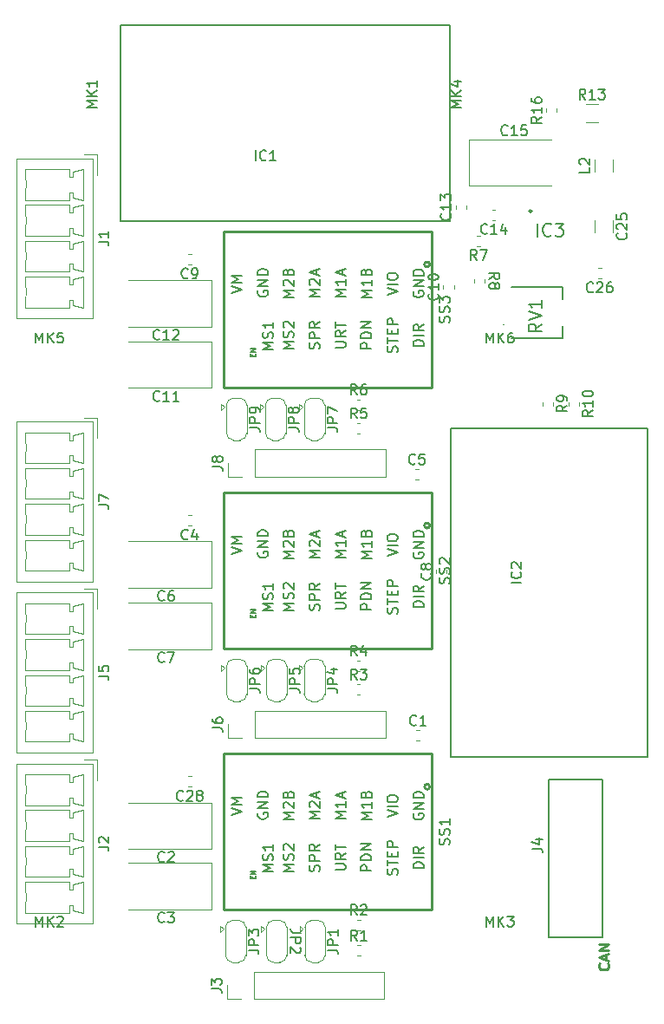
<source format=gbr>
G04 #@! TF.GenerationSoftware,KiCad,Pcbnew,(5.99.0-1438-g3759799d1)*
G04 #@! TF.CreationDate,2020-05-11T10:33:08+02:00*
G04 #@! TF.ProjectId,Uni_stick,556e695f-7374-4696-936b-2e6b69636164,rev?*
G04 #@! TF.SameCoordinates,Original*
G04 #@! TF.FileFunction,Legend,Top*
G04 #@! TF.FilePolarity,Positive*
%FSLAX46Y46*%
G04 Gerber Fmt 4.6, Leading zero omitted, Abs format (unit mm)*
G04 Created by KiCad (PCBNEW (5.99.0-1438-g3759799d1)) date 2020-05-11 10:33:08*
%MOMM*%
%LPD*%
G01*
G04 APERTURE LIST*
%ADD10C,0.250000*%
%ADD11C,0.120000*%
%ADD12C,0.200000*%
%ADD13C,0.170000*%
%ADD14C,0.228600*%
%ADD15C,0.150000*%
G04 APERTURE END LIST*
D10*
X152557142Y-126842857D02*
X152604761Y-126890476D01*
X152652380Y-127033333D01*
X152652380Y-127128571D01*
X152604761Y-127271428D01*
X152509523Y-127366666D01*
X152414285Y-127414285D01*
X152223809Y-127461904D01*
X152080952Y-127461904D01*
X151890476Y-127414285D01*
X151795238Y-127366666D01*
X151700000Y-127271428D01*
X151652380Y-127128571D01*
X151652380Y-127033333D01*
X151700000Y-126890476D01*
X151747619Y-126842857D01*
X152366666Y-126461904D02*
X152366666Y-125985714D01*
X152652380Y-126557142D02*
X151652380Y-126223809D01*
X152652380Y-125890476D01*
X152652380Y-125557142D02*
X151652380Y-125557142D01*
X152652380Y-124985714D01*
X151652380Y-124985714D01*
D11*
X138990000Y-50910000D02*
X147050000Y-50910000D01*
X138990000Y-46390000D02*
X138990000Y-50910000D01*
X147050000Y-46390000D02*
X138990000Y-46390000D01*
X141562779Y-53240000D02*
X141237221Y-53240000D01*
X141562779Y-54260000D02*
X141237221Y-54260000D01*
D12*
X143100000Y-65800000D02*
X148100000Y-65800000D01*
X143100000Y-60800000D02*
X148100000Y-60800000D01*
X148100000Y-65800000D02*
X148100000Y-64600000D01*
X148100000Y-60800000D02*
X148100000Y-62000000D01*
X142365000Y-64461000D02*
G75*
G03*
X142365000Y-64461000I-22000J0D01*
G01*
D11*
X95650155Y-51549647D02*
G75*
G03*
X95650000Y-50050000I-1700155J749647D01*
G01*
X95650155Y-55049647D02*
G75*
G03*
X95650000Y-53550000I-1700155J749647D01*
G01*
X95650155Y-58549647D02*
G75*
G03*
X95650000Y-57050000I-1700155J749647D01*
G01*
X95650155Y-62049647D02*
G75*
G03*
X95650000Y-60550000I-1700155J749647D01*
G01*
X102260000Y-48240000D02*
X94790000Y-48240000D01*
X94790000Y-48240000D02*
X94790000Y-63860000D01*
X94790000Y-63860000D02*
X102260000Y-63860000D01*
X102260000Y-63860000D02*
X102260000Y-48240000D01*
X95650000Y-50050000D02*
X95650000Y-49300000D01*
X95650000Y-49300000D02*
X99950000Y-49300000D01*
X99950000Y-49300000D02*
X99950000Y-50050000D01*
X99950000Y-50050000D02*
X100300000Y-50050000D01*
X100300000Y-50050000D02*
X100300000Y-49550000D01*
X100300000Y-49550000D02*
X101300000Y-49300000D01*
X101300000Y-49300000D02*
X101300000Y-52300000D01*
X101300000Y-52300000D02*
X100300000Y-52050000D01*
X100300000Y-52050000D02*
X100300000Y-51550000D01*
X100300000Y-51550000D02*
X99950000Y-51550000D01*
X99950000Y-51550000D02*
X99950000Y-52300000D01*
X99950000Y-52300000D02*
X95650000Y-52300000D01*
X95650000Y-52300000D02*
X95650000Y-51550000D01*
X95650000Y-53550000D02*
X95650000Y-52800000D01*
X95650000Y-52800000D02*
X99950000Y-52800000D01*
X99950000Y-52800000D02*
X99950000Y-53550000D01*
X99950000Y-53550000D02*
X100300000Y-53550000D01*
X100300000Y-53550000D02*
X100300000Y-53050000D01*
X100300000Y-53050000D02*
X101300000Y-52800000D01*
X101300000Y-52800000D02*
X101300000Y-55800000D01*
X101300000Y-55800000D02*
X100300000Y-55550000D01*
X100300000Y-55550000D02*
X100300000Y-55050000D01*
X100300000Y-55050000D02*
X99950000Y-55050000D01*
X99950000Y-55050000D02*
X99950000Y-55800000D01*
X99950000Y-55800000D02*
X95650000Y-55800000D01*
X95650000Y-55800000D02*
X95650000Y-55050000D01*
X95650000Y-57050000D02*
X95650000Y-56300000D01*
X95650000Y-56300000D02*
X99950000Y-56300000D01*
X99950000Y-56300000D02*
X99950000Y-57050000D01*
X99950000Y-57050000D02*
X100300000Y-57050000D01*
X100300000Y-57050000D02*
X100300000Y-56550000D01*
X100300000Y-56550000D02*
X101300000Y-56300000D01*
X101300000Y-56300000D02*
X101300000Y-59300000D01*
X101300000Y-59300000D02*
X100300000Y-59050000D01*
X100300000Y-59050000D02*
X100300000Y-58550000D01*
X100300000Y-58550000D02*
X99950000Y-58550000D01*
X99950000Y-58550000D02*
X99950000Y-59300000D01*
X99950000Y-59300000D02*
X95650000Y-59300000D01*
X95650000Y-59300000D02*
X95650000Y-58550000D01*
X95650000Y-60550000D02*
X95650000Y-59800000D01*
X95650000Y-59800000D02*
X99950000Y-59800000D01*
X99950000Y-59800000D02*
X99950000Y-60550000D01*
X99950000Y-60550000D02*
X100300000Y-60550000D01*
X100300000Y-60550000D02*
X100300000Y-60050000D01*
X100300000Y-60050000D02*
X101300000Y-59800000D01*
X101300000Y-59800000D02*
X101300000Y-62800000D01*
X101300000Y-62800000D02*
X100300000Y-62550000D01*
X100300000Y-62550000D02*
X100300000Y-62050000D01*
X100300000Y-62050000D02*
X99950000Y-62050000D01*
X99950000Y-62050000D02*
X99950000Y-62800000D01*
X99950000Y-62800000D02*
X95650000Y-62800000D01*
X95650000Y-62800000D02*
X95650000Y-62050000D01*
X101400000Y-47850000D02*
X102650000Y-47850000D01*
X102650000Y-47850000D02*
X102650000Y-49850000D01*
D13*
X152000000Y-124270000D02*
X152000000Y-108870000D01*
X146800000Y-124270000D02*
X146800000Y-108870000D01*
X152000000Y-124270000D02*
X146800000Y-124270000D01*
X152000000Y-108870000D02*
X146800000Y-108870000D01*
D11*
X147560000Y-43712779D02*
X147560000Y-43387221D01*
X146540000Y-43712779D02*
X146540000Y-43387221D01*
X150397936Y-44760000D02*
X151602064Y-44760000D01*
X150397936Y-42940000D02*
X151602064Y-42940000D01*
X153060000Y-49552064D02*
X153060000Y-48347936D01*
X151240000Y-49552064D02*
X151240000Y-48347936D01*
X151912779Y-58940000D02*
X151587221Y-58940000D01*
X151912779Y-59960000D02*
X151587221Y-59960000D01*
X151240000Y-54297936D02*
X151240000Y-55502064D01*
X153060000Y-54297936D02*
X153060000Y-55502064D01*
D10*
X145125000Y-53400000D02*
G75*
G03*
X145125000Y-53400000I-125000J0D01*
G01*
D11*
X95650155Y-77249647D02*
G75*
G03*
X95650000Y-75750000I-1700155J749647D01*
G01*
X95650155Y-80749647D02*
G75*
G03*
X95650000Y-79250000I-1700155J749647D01*
G01*
X95650155Y-84249647D02*
G75*
G03*
X95650000Y-82750000I-1700155J749647D01*
G01*
X95650155Y-87749647D02*
G75*
G03*
X95650000Y-86250000I-1700155J749647D01*
G01*
X102260000Y-73940000D02*
X94790000Y-73940000D01*
X94790000Y-73940000D02*
X94790000Y-89560000D01*
X94790000Y-89560000D02*
X102260000Y-89560000D01*
X102260000Y-89560000D02*
X102260000Y-73940000D01*
X95650000Y-75750000D02*
X95650000Y-75000000D01*
X95650000Y-75000000D02*
X99950000Y-75000000D01*
X99950000Y-75000000D02*
X99950000Y-75750000D01*
X99950000Y-75750000D02*
X100300000Y-75750000D01*
X100300000Y-75750000D02*
X100300000Y-75250000D01*
X100300000Y-75250000D02*
X101300000Y-75000000D01*
X101300000Y-75000000D02*
X101300000Y-78000000D01*
X101300000Y-78000000D02*
X100300000Y-77750000D01*
X100300000Y-77750000D02*
X100300000Y-77250000D01*
X100300000Y-77250000D02*
X99950000Y-77250000D01*
X99950000Y-77250000D02*
X99950000Y-78000000D01*
X99950000Y-78000000D02*
X95650000Y-78000000D01*
X95650000Y-78000000D02*
X95650000Y-77250000D01*
X95650000Y-79250000D02*
X95650000Y-78500000D01*
X95650000Y-78500000D02*
X99950000Y-78500000D01*
X99950000Y-78500000D02*
X99950000Y-79250000D01*
X99950000Y-79250000D02*
X100300000Y-79250000D01*
X100300000Y-79250000D02*
X100300000Y-78750000D01*
X100300000Y-78750000D02*
X101300000Y-78500000D01*
X101300000Y-78500000D02*
X101300000Y-81500000D01*
X101300000Y-81500000D02*
X100300000Y-81250000D01*
X100300000Y-81250000D02*
X100300000Y-80750000D01*
X100300000Y-80750000D02*
X99950000Y-80750000D01*
X99950000Y-80750000D02*
X99950000Y-81500000D01*
X99950000Y-81500000D02*
X95650000Y-81500000D01*
X95650000Y-81500000D02*
X95650000Y-80750000D01*
X95650000Y-82750000D02*
X95650000Y-82000000D01*
X95650000Y-82000000D02*
X99950000Y-82000000D01*
X99950000Y-82000000D02*
X99950000Y-82750000D01*
X99950000Y-82750000D02*
X100300000Y-82750000D01*
X100300000Y-82750000D02*
X100300000Y-82250000D01*
X100300000Y-82250000D02*
X101300000Y-82000000D01*
X101300000Y-82000000D02*
X101300000Y-85000000D01*
X101300000Y-85000000D02*
X100300000Y-84750000D01*
X100300000Y-84750000D02*
X100300000Y-84250000D01*
X100300000Y-84250000D02*
X99950000Y-84250000D01*
X99950000Y-84250000D02*
X99950000Y-85000000D01*
X99950000Y-85000000D02*
X95650000Y-85000000D01*
X95650000Y-85000000D02*
X95650000Y-84250000D01*
X95650000Y-86250000D02*
X95650000Y-85500000D01*
X95650000Y-85500000D02*
X99950000Y-85500000D01*
X99950000Y-85500000D02*
X99950000Y-86250000D01*
X99950000Y-86250000D02*
X100300000Y-86250000D01*
X100300000Y-86250000D02*
X100300000Y-85750000D01*
X100300000Y-85750000D02*
X101300000Y-85500000D01*
X101300000Y-85500000D02*
X101300000Y-88500000D01*
X101300000Y-88500000D02*
X100300000Y-88250000D01*
X100300000Y-88250000D02*
X100300000Y-87750000D01*
X100300000Y-87750000D02*
X99950000Y-87750000D01*
X99950000Y-87750000D02*
X99950000Y-88500000D01*
X99950000Y-88500000D02*
X95650000Y-88500000D01*
X95650000Y-88500000D02*
X95650000Y-87750000D01*
X101400000Y-73550000D02*
X102650000Y-73550000D01*
X102650000Y-73550000D02*
X102650000Y-75550000D01*
X95650155Y-93949647D02*
G75*
G03*
X95650000Y-92450000I-1700155J749647D01*
G01*
X95650155Y-97449647D02*
G75*
G03*
X95650000Y-95950000I-1700155J749647D01*
G01*
X95650155Y-100949647D02*
G75*
G03*
X95650000Y-99450000I-1700155J749647D01*
G01*
X95650155Y-104449647D02*
G75*
G03*
X95650000Y-102950000I-1700155J749647D01*
G01*
X102260000Y-90640000D02*
X94790000Y-90640000D01*
X94790000Y-90640000D02*
X94790000Y-106260000D01*
X94790000Y-106260000D02*
X102260000Y-106260000D01*
X102260000Y-106260000D02*
X102260000Y-90640000D01*
X95650000Y-92450000D02*
X95650000Y-91700000D01*
X95650000Y-91700000D02*
X99950000Y-91700000D01*
X99950000Y-91700000D02*
X99950000Y-92450000D01*
X99950000Y-92450000D02*
X100300000Y-92450000D01*
X100300000Y-92450000D02*
X100300000Y-91950000D01*
X100300000Y-91950000D02*
X101300000Y-91700000D01*
X101300000Y-91700000D02*
X101300000Y-94700000D01*
X101300000Y-94700000D02*
X100300000Y-94450000D01*
X100300000Y-94450000D02*
X100300000Y-93950000D01*
X100300000Y-93950000D02*
X99950000Y-93950000D01*
X99950000Y-93950000D02*
X99950000Y-94700000D01*
X99950000Y-94700000D02*
X95650000Y-94700000D01*
X95650000Y-94700000D02*
X95650000Y-93950000D01*
X95650000Y-95950000D02*
X95650000Y-95200000D01*
X95650000Y-95200000D02*
X99950000Y-95200000D01*
X99950000Y-95200000D02*
X99950000Y-95950000D01*
X99950000Y-95950000D02*
X100300000Y-95950000D01*
X100300000Y-95950000D02*
X100300000Y-95450000D01*
X100300000Y-95450000D02*
X101300000Y-95200000D01*
X101300000Y-95200000D02*
X101300000Y-98200000D01*
X101300000Y-98200000D02*
X100300000Y-97950000D01*
X100300000Y-97950000D02*
X100300000Y-97450000D01*
X100300000Y-97450000D02*
X99950000Y-97450000D01*
X99950000Y-97450000D02*
X99950000Y-98200000D01*
X99950000Y-98200000D02*
X95650000Y-98200000D01*
X95650000Y-98200000D02*
X95650000Y-97450000D01*
X95650000Y-99450000D02*
X95650000Y-98700000D01*
X95650000Y-98700000D02*
X99950000Y-98700000D01*
X99950000Y-98700000D02*
X99950000Y-99450000D01*
X99950000Y-99450000D02*
X100300000Y-99450000D01*
X100300000Y-99450000D02*
X100300000Y-98950000D01*
X100300000Y-98950000D02*
X101300000Y-98700000D01*
X101300000Y-98700000D02*
X101300000Y-101700000D01*
X101300000Y-101700000D02*
X100300000Y-101450000D01*
X100300000Y-101450000D02*
X100300000Y-100950000D01*
X100300000Y-100950000D02*
X99950000Y-100950000D01*
X99950000Y-100950000D02*
X99950000Y-101700000D01*
X99950000Y-101700000D02*
X95650000Y-101700000D01*
X95650000Y-101700000D02*
X95650000Y-100950000D01*
X95650000Y-102950000D02*
X95650000Y-102200000D01*
X95650000Y-102200000D02*
X99950000Y-102200000D01*
X99950000Y-102200000D02*
X99950000Y-102950000D01*
X99950000Y-102950000D02*
X100300000Y-102950000D01*
X100300000Y-102950000D02*
X100300000Y-102450000D01*
X100300000Y-102450000D02*
X101300000Y-102200000D01*
X101300000Y-102200000D02*
X101300000Y-105200000D01*
X101300000Y-105200000D02*
X100300000Y-104950000D01*
X100300000Y-104950000D02*
X100300000Y-104450000D01*
X100300000Y-104450000D02*
X99950000Y-104450000D01*
X99950000Y-104450000D02*
X99950000Y-105200000D01*
X99950000Y-105200000D02*
X95650000Y-105200000D01*
X95650000Y-105200000D02*
X95650000Y-104450000D01*
X101400000Y-90250000D02*
X102650000Y-90250000D01*
X102650000Y-90250000D02*
X102650000Y-92250000D01*
X95650155Y-110649647D02*
G75*
G03*
X95650000Y-109150000I-1700155J749647D01*
G01*
X95650155Y-114149647D02*
G75*
G03*
X95650000Y-112650000I-1700155J749647D01*
G01*
X95650155Y-117649647D02*
G75*
G03*
X95650000Y-116150000I-1700155J749647D01*
G01*
X95650155Y-121149647D02*
G75*
G03*
X95650000Y-119650000I-1700155J749647D01*
G01*
X102260000Y-107340000D02*
X94790000Y-107340000D01*
X94790000Y-107340000D02*
X94790000Y-122960000D01*
X94790000Y-122960000D02*
X102260000Y-122960000D01*
X102260000Y-122960000D02*
X102260000Y-107340000D01*
X95650000Y-109150000D02*
X95650000Y-108400000D01*
X95650000Y-108400000D02*
X99950000Y-108400000D01*
X99950000Y-108400000D02*
X99950000Y-109150000D01*
X99950000Y-109150000D02*
X100300000Y-109150000D01*
X100300000Y-109150000D02*
X100300000Y-108650000D01*
X100300000Y-108650000D02*
X101300000Y-108400000D01*
X101300000Y-108400000D02*
X101300000Y-111400000D01*
X101300000Y-111400000D02*
X100300000Y-111150000D01*
X100300000Y-111150000D02*
X100300000Y-110650000D01*
X100300000Y-110650000D02*
X99950000Y-110650000D01*
X99950000Y-110650000D02*
X99950000Y-111400000D01*
X99950000Y-111400000D02*
X95650000Y-111400000D01*
X95650000Y-111400000D02*
X95650000Y-110650000D01*
X95650000Y-112650000D02*
X95650000Y-111900000D01*
X95650000Y-111900000D02*
X99950000Y-111900000D01*
X99950000Y-111900000D02*
X99950000Y-112650000D01*
X99950000Y-112650000D02*
X100300000Y-112650000D01*
X100300000Y-112650000D02*
X100300000Y-112150000D01*
X100300000Y-112150000D02*
X101300000Y-111900000D01*
X101300000Y-111900000D02*
X101300000Y-114900000D01*
X101300000Y-114900000D02*
X100300000Y-114650000D01*
X100300000Y-114650000D02*
X100300000Y-114150000D01*
X100300000Y-114150000D02*
X99950000Y-114150000D01*
X99950000Y-114150000D02*
X99950000Y-114900000D01*
X99950000Y-114900000D02*
X95650000Y-114900000D01*
X95650000Y-114900000D02*
X95650000Y-114150000D01*
X95650000Y-116150000D02*
X95650000Y-115400000D01*
X95650000Y-115400000D02*
X99950000Y-115400000D01*
X99950000Y-115400000D02*
X99950000Y-116150000D01*
X99950000Y-116150000D02*
X100300000Y-116150000D01*
X100300000Y-116150000D02*
X100300000Y-115650000D01*
X100300000Y-115650000D02*
X101300000Y-115400000D01*
X101300000Y-115400000D02*
X101300000Y-118400000D01*
X101300000Y-118400000D02*
X100300000Y-118150000D01*
X100300000Y-118150000D02*
X100300000Y-117650000D01*
X100300000Y-117650000D02*
X99950000Y-117650000D01*
X99950000Y-117650000D02*
X99950000Y-118400000D01*
X99950000Y-118400000D02*
X95650000Y-118400000D01*
X95650000Y-118400000D02*
X95650000Y-117650000D01*
X95650000Y-119650000D02*
X95650000Y-118900000D01*
X95650000Y-118900000D02*
X99950000Y-118900000D01*
X99950000Y-118900000D02*
X99950000Y-119650000D01*
X99950000Y-119650000D02*
X100300000Y-119650000D01*
X100300000Y-119650000D02*
X100300000Y-119150000D01*
X100300000Y-119150000D02*
X101300000Y-118900000D01*
X101300000Y-118900000D02*
X101300000Y-121900000D01*
X101300000Y-121900000D02*
X100300000Y-121650000D01*
X100300000Y-121650000D02*
X100300000Y-121150000D01*
X100300000Y-121150000D02*
X99950000Y-121150000D01*
X99950000Y-121150000D02*
X99950000Y-121900000D01*
X99950000Y-121900000D02*
X95650000Y-121900000D01*
X95650000Y-121900000D02*
X95650000Y-121150000D01*
X101400000Y-106950000D02*
X102650000Y-106950000D01*
X102650000Y-106950000D02*
X102650000Y-108950000D01*
D14*
X135154000Y-109600000D02*
G75*
G03*
X135154000Y-109600000I-254000J0D01*
G01*
X135360000Y-106380000D02*
X115040000Y-106380000D01*
X115040000Y-106380000D02*
X115040000Y-121620000D01*
X115040000Y-121620000D02*
X135360000Y-121620000D01*
X135360000Y-121620000D02*
X135360000Y-106380000D01*
X135154000Y-58600000D02*
G75*
G03*
X135154000Y-58600000I-254000J0D01*
G01*
X135360000Y-55380000D02*
X115040000Y-55380000D01*
X115040000Y-55380000D02*
X115040000Y-70620000D01*
X115040000Y-70620000D02*
X135360000Y-70620000D01*
X135360000Y-70620000D02*
X135360000Y-55380000D01*
X135154000Y-84100000D02*
G75*
G03*
X135154000Y-84100000I-254000J0D01*
G01*
X135360000Y-80880000D02*
X115040000Y-80880000D01*
X115040000Y-80880000D02*
X115040000Y-96120000D01*
X115040000Y-96120000D02*
X135360000Y-96120000D01*
X135360000Y-96120000D02*
X135360000Y-80880000D01*
D11*
X148690000Y-72037221D02*
X148690000Y-72362779D01*
X149710000Y-72037221D02*
X149710000Y-72362779D01*
X146190000Y-72037221D02*
X146190000Y-72362779D01*
X147210000Y-72037221D02*
X147210000Y-72362779D01*
X139490000Y-60037221D02*
X139490000Y-60362779D01*
X140510000Y-60037221D02*
X140510000Y-60362779D01*
X140062779Y-55790000D02*
X139737221Y-55790000D01*
X140062779Y-56810000D02*
X139737221Y-56810000D01*
X128037221Y-72810000D02*
X128362779Y-72810000D01*
X128037221Y-71790000D02*
X128362779Y-71790000D01*
X128037221Y-75110000D02*
X128362779Y-75110000D01*
X128037221Y-74090000D02*
X128362779Y-74090000D01*
X128037221Y-98310000D02*
X128362779Y-98310000D01*
X128037221Y-97290000D02*
X128362779Y-97290000D01*
X128037221Y-100610000D02*
X128362779Y-100610000D01*
X128037221Y-99590000D02*
X128362779Y-99590000D01*
X128049721Y-126110000D02*
X128375279Y-126110000D01*
X128049721Y-125090000D02*
X128375279Y-125090000D01*
X116600000Y-71650000D02*
G75*
G02*
X117300000Y-72350000I0J-700000D01*
G01*
X115300000Y-72350000D02*
G75*
G02*
X116000000Y-71650000I700000J0D01*
G01*
X116000000Y-75750000D02*
G75*
G02*
X115300000Y-75050000I0J700000D01*
G01*
X117300000Y-75050000D02*
G75*
G02*
X116600000Y-75750000I-700000J0D01*
G01*
X117300000Y-72300000D02*
X117300000Y-75100000D01*
X116600000Y-75750000D02*
X116000000Y-75750000D01*
X115300000Y-75100000D02*
X115300000Y-72300000D01*
X116000000Y-71650000D02*
X116600000Y-71650000D01*
X115100000Y-72500000D02*
X114800000Y-72200000D01*
X114800000Y-72200000D02*
X114800000Y-72800000D01*
X115100000Y-72500000D02*
X114800000Y-72800000D01*
X120400000Y-71650000D02*
G75*
G02*
X121100000Y-72350000I0J-700000D01*
G01*
X119100000Y-72350000D02*
G75*
G02*
X119800000Y-71650000I700000J0D01*
G01*
X119800000Y-75750000D02*
G75*
G02*
X119100000Y-75050000I0J700000D01*
G01*
X121100000Y-75050000D02*
G75*
G02*
X120400000Y-75750000I-700000J0D01*
G01*
X121100000Y-72300000D02*
X121100000Y-75100000D01*
X120400000Y-75750000D02*
X119800000Y-75750000D01*
X119100000Y-75100000D02*
X119100000Y-72300000D01*
X119800000Y-71650000D02*
X120400000Y-71650000D01*
X118900000Y-72500000D02*
X118600000Y-72200000D01*
X118600000Y-72200000D02*
X118600000Y-72800000D01*
X118900000Y-72500000D02*
X118600000Y-72800000D01*
X124200000Y-71650000D02*
G75*
G02*
X124900000Y-72350000I0J-700000D01*
G01*
X122900000Y-72350000D02*
G75*
G02*
X123600000Y-71650000I700000J0D01*
G01*
X123600000Y-75750000D02*
G75*
G02*
X122900000Y-75050000I0J700000D01*
G01*
X124900000Y-75050000D02*
G75*
G02*
X124200000Y-75750000I-700000J0D01*
G01*
X124900000Y-72300000D02*
X124900000Y-75100000D01*
X124200000Y-75750000D02*
X123600000Y-75750000D01*
X122900000Y-75100000D02*
X122900000Y-72300000D01*
X123600000Y-71650000D02*
X124200000Y-71650000D01*
X122700000Y-72500000D02*
X122400000Y-72200000D01*
X122400000Y-72200000D02*
X122400000Y-72800000D01*
X122700000Y-72500000D02*
X122400000Y-72800000D01*
X116600000Y-97150000D02*
G75*
G02*
X117300000Y-97850000I0J-700000D01*
G01*
X115300000Y-97850000D02*
G75*
G02*
X116000000Y-97150000I700000J0D01*
G01*
X116000000Y-101250000D02*
G75*
G02*
X115300000Y-100550000I0J700000D01*
G01*
X117300000Y-100550000D02*
G75*
G02*
X116600000Y-101250000I-700000J0D01*
G01*
X117300000Y-97800000D02*
X117300000Y-100600000D01*
X116600000Y-101250000D02*
X116000000Y-101250000D01*
X115300000Y-100600000D02*
X115300000Y-97800000D01*
X116000000Y-97150000D02*
X116600000Y-97150000D01*
X115100000Y-98000000D02*
X114800000Y-97700000D01*
X114800000Y-97700000D02*
X114800000Y-98300000D01*
X115100000Y-98000000D02*
X114800000Y-98300000D01*
X120500000Y-97150000D02*
G75*
G02*
X121200000Y-97850000I0J-700000D01*
G01*
X119200000Y-97850000D02*
G75*
G02*
X119900000Y-97150000I700000J0D01*
G01*
X119900000Y-101250000D02*
G75*
G02*
X119200000Y-100550000I0J700000D01*
G01*
X121200000Y-100550000D02*
G75*
G02*
X120500000Y-101250000I-700000J0D01*
G01*
X121200000Y-97800000D02*
X121200000Y-100600000D01*
X120500000Y-101250000D02*
X119900000Y-101250000D01*
X119200000Y-100600000D02*
X119200000Y-97800000D01*
X119900000Y-97150000D02*
X120500000Y-97150000D01*
X119000000Y-98000000D02*
X118700000Y-97700000D01*
X118700000Y-97700000D02*
X118700000Y-98300000D01*
X119000000Y-98000000D02*
X118700000Y-98300000D01*
X124200000Y-97150000D02*
G75*
G02*
X124900000Y-97850000I0J-700000D01*
G01*
X122900000Y-97850000D02*
G75*
G02*
X123600000Y-97150000I700000J0D01*
G01*
X123600000Y-101250000D02*
G75*
G02*
X122900000Y-100550000I0J700000D01*
G01*
X124900000Y-100550000D02*
G75*
G02*
X124200000Y-101250000I-700000J0D01*
G01*
X124900000Y-97800000D02*
X124900000Y-100600000D01*
X124200000Y-101250000D02*
X123600000Y-101250000D01*
X122900000Y-100600000D02*
X122900000Y-97800000D01*
X123600000Y-97150000D02*
X124200000Y-97150000D01*
X122700000Y-98000000D02*
X122400000Y-97700000D01*
X122400000Y-97700000D02*
X122400000Y-98300000D01*
X122700000Y-98000000D02*
X122400000Y-98300000D01*
X116500000Y-122650000D02*
G75*
G02*
X117200000Y-123350000I0J-700000D01*
G01*
X115200000Y-123350000D02*
G75*
G02*
X115900000Y-122650000I700000J0D01*
G01*
X115900000Y-126750000D02*
G75*
G02*
X115200000Y-126050000I0J700000D01*
G01*
X117200000Y-126050000D02*
G75*
G02*
X116500000Y-126750000I-700000J0D01*
G01*
X117200000Y-123300000D02*
X117200000Y-126100000D01*
X116500000Y-126750000D02*
X115900000Y-126750000D01*
X115200000Y-126100000D02*
X115200000Y-123300000D01*
X115900000Y-122650000D02*
X116500000Y-122650000D01*
X115000000Y-123500000D02*
X114700000Y-123200000D01*
X114700000Y-123200000D02*
X114700000Y-123800000D01*
X115000000Y-123500000D02*
X114700000Y-123800000D01*
X120500000Y-122650000D02*
G75*
G02*
X121200000Y-123350000I0J-700000D01*
G01*
X119200000Y-123350000D02*
G75*
G02*
X119900000Y-122650000I700000J0D01*
G01*
X119900000Y-126750000D02*
G75*
G02*
X119200000Y-126050000I0J700000D01*
G01*
X121200000Y-126050000D02*
G75*
G02*
X120500000Y-126750000I-700000J0D01*
G01*
X121200000Y-123300000D02*
X121200000Y-126100000D01*
X120500000Y-126750000D02*
X119900000Y-126750000D01*
X119200000Y-126100000D02*
X119200000Y-123300000D01*
X119900000Y-122650000D02*
X120500000Y-122650000D01*
X119000000Y-123500000D02*
X118700000Y-123200000D01*
X118700000Y-123200000D02*
X118700000Y-123800000D01*
X119000000Y-123500000D02*
X118700000Y-123800000D01*
X124250000Y-122650000D02*
G75*
G02*
X124950000Y-123350000I0J-700000D01*
G01*
X122950000Y-123350000D02*
G75*
G02*
X123650000Y-122650000I700000J0D01*
G01*
X123650000Y-126750000D02*
G75*
G02*
X122950000Y-126050000I0J700000D01*
G01*
X124950000Y-126050000D02*
G75*
G02*
X124250000Y-126750000I-700000J0D01*
G01*
X124950000Y-123300000D02*
X124950000Y-126100000D01*
X124250000Y-126750000D02*
X123650000Y-126750000D01*
X122950000Y-126100000D02*
X122950000Y-123300000D01*
X123650000Y-122650000D02*
X124250000Y-122650000D01*
X122750000Y-123500000D02*
X122450000Y-123200000D01*
X122450000Y-123200000D02*
X122450000Y-123800000D01*
X122750000Y-123500000D02*
X122450000Y-123800000D01*
D15*
X137250000Y-74595000D02*
X137250000Y-106705000D01*
X156450000Y-74595000D02*
X137250000Y-74595000D01*
X156450000Y-74595000D02*
X156450000Y-106705000D01*
X156450000Y-106705000D02*
X137250000Y-106705000D01*
D11*
X111862779Y-108590000D02*
X111537221Y-108590000D01*
X111862779Y-109610000D02*
X111537221Y-109610000D01*
X137690000Y-53162779D02*
X137690000Y-52837221D01*
X138710000Y-53162779D02*
X138710000Y-52837221D01*
X113810000Y-60140000D02*
X105750000Y-60140000D01*
X113810000Y-64660000D02*
X113810000Y-60140000D01*
X105750000Y-64660000D02*
X113810000Y-64660000D01*
X113810000Y-66140000D02*
X105750000Y-66140000D01*
X113810000Y-70660000D02*
X113810000Y-66140000D01*
X105750000Y-70660000D02*
X113810000Y-70660000D01*
X137510000Y-60962779D02*
X137510000Y-60637221D01*
X136490000Y-60962779D02*
X136490000Y-60637221D01*
X111862779Y-57590000D02*
X111537221Y-57590000D01*
X111862779Y-58610000D02*
X111537221Y-58610000D01*
X136810000Y-88762779D02*
X136810000Y-88437221D01*
X135790000Y-88762779D02*
X135790000Y-88437221D01*
X113810000Y-91640000D02*
X105750000Y-91640000D01*
X113810000Y-96160000D02*
X113810000Y-91640000D01*
X105750000Y-96160000D02*
X113810000Y-96160000D01*
X113810000Y-85640000D02*
X105750000Y-85640000D01*
X113810000Y-90160000D02*
X113810000Y-85640000D01*
X105750000Y-90160000D02*
X113810000Y-90160000D01*
X133737221Y-79610000D02*
X134062779Y-79610000D01*
X133737221Y-78590000D02*
X134062779Y-78590000D01*
X111862779Y-83090000D02*
X111537221Y-83090000D01*
X111862779Y-84110000D02*
X111537221Y-84110000D01*
X113810000Y-117040000D02*
X105750000Y-117040000D01*
X113810000Y-121560000D02*
X113810000Y-117040000D01*
X105750000Y-121560000D02*
X113810000Y-121560000D01*
X113810000Y-111140000D02*
X105750000Y-111140000D01*
X113810000Y-115660000D02*
X113810000Y-111140000D01*
X105750000Y-115660000D02*
X113810000Y-115660000D01*
X133837221Y-105110000D02*
X134162779Y-105110000D01*
X133837221Y-104090000D02*
X134162779Y-104090000D01*
X130830000Y-79330000D02*
X130830000Y-76670000D01*
X118070000Y-79330000D02*
X130830000Y-79330000D01*
X118070000Y-76670000D02*
X130830000Y-76670000D01*
X118070000Y-79330000D02*
X118070000Y-76670000D01*
X116800000Y-79330000D02*
X115470000Y-79330000D01*
X115470000Y-79330000D02*
X115470000Y-78000000D01*
X130830000Y-104830000D02*
X130830000Y-102170000D01*
X118070000Y-104830000D02*
X130830000Y-104830000D01*
X118070000Y-102170000D02*
X130830000Y-102170000D01*
X118070000Y-104830000D02*
X118070000Y-102170000D01*
X116800000Y-104830000D02*
X115470000Y-104830000D01*
X115470000Y-104830000D02*
X115470000Y-103500000D01*
X128049721Y-122590000D02*
X128375279Y-122590000D01*
X128049721Y-123610000D02*
X128375279Y-123610000D01*
X130730000Y-130330000D02*
X130730000Y-127670000D01*
X117970000Y-130330000D02*
X130730000Y-130330000D01*
X117970000Y-127670000D02*
X130730000Y-127670000D01*
X117970000Y-130330000D02*
X117970000Y-127670000D01*
X116700000Y-130330000D02*
X115370000Y-130330000D01*
X115370000Y-130330000D02*
X115370000Y-129000000D01*
D15*
X137105000Y-35200000D02*
X137105000Y-54400000D01*
X104995000Y-35200000D02*
X137105000Y-35200000D01*
X104995000Y-35200000D02*
X104995000Y-54400000D01*
X104995000Y-54400000D02*
X137105000Y-54400000D01*
X142757142Y-45907142D02*
X142709523Y-45954761D01*
X142566666Y-46002380D01*
X142471428Y-46002380D01*
X142328571Y-45954761D01*
X142233333Y-45859523D01*
X142185714Y-45764285D01*
X142138095Y-45573809D01*
X142138095Y-45430952D01*
X142185714Y-45240476D01*
X142233333Y-45145238D01*
X142328571Y-45050000D01*
X142471428Y-45002380D01*
X142566666Y-45002380D01*
X142709523Y-45050000D01*
X142757142Y-45097619D01*
X143709523Y-46002380D02*
X143138095Y-46002380D01*
X143423809Y-46002380D02*
X143423809Y-45002380D01*
X143328571Y-45145238D01*
X143233333Y-45240476D01*
X143138095Y-45288095D01*
X144614285Y-45002380D02*
X144138095Y-45002380D01*
X144090476Y-45478571D01*
X144138095Y-45430952D01*
X144233333Y-45383333D01*
X144471428Y-45383333D01*
X144566666Y-45430952D01*
X144614285Y-45478571D01*
X144661904Y-45573809D01*
X144661904Y-45811904D01*
X144614285Y-45907142D01*
X144566666Y-45954761D01*
X144471428Y-46002380D01*
X144233333Y-46002380D01*
X144138095Y-45954761D01*
X144090476Y-45907142D01*
X140757142Y-55537142D02*
X140709523Y-55584761D01*
X140566666Y-55632380D01*
X140471428Y-55632380D01*
X140328571Y-55584761D01*
X140233333Y-55489523D01*
X140185714Y-55394285D01*
X140138095Y-55203809D01*
X140138095Y-55060952D01*
X140185714Y-54870476D01*
X140233333Y-54775238D01*
X140328571Y-54680000D01*
X140471428Y-54632380D01*
X140566666Y-54632380D01*
X140709523Y-54680000D01*
X140757142Y-54727619D01*
X141709523Y-55632380D02*
X141138095Y-55632380D01*
X141423809Y-55632380D02*
X141423809Y-54632380D01*
X141328571Y-54775238D01*
X141233333Y-54870476D01*
X141138095Y-54918095D01*
X142566666Y-54965714D02*
X142566666Y-55632380D01*
X142328571Y-54584761D02*
X142090476Y-55299047D01*
X142709523Y-55299047D01*
X146080523Y-64407952D02*
X145475761Y-64831285D01*
X146080523Y-65133666D02*
X144810523Y-65133666D01*
X144810523Y-64649857D01*
X144871000Y-64528904D01*
X144931476Y-64468428D01*
X145052428Y-64407952D01*
X145233857Y-64407952D01*
X145354809Y-64468428D01*
X145415285Y-64528904D01*
X145475761Y-64649857D01*
X145475761Y-65133666D01*
X144810523Y-64045095D02*
X146080523Y-63621761D01*
X144810523Y-63198428D01*
X146080523Y-62109857D02*
X146080523Y-62835571D01*
X146080523Y-62472714D02*
X144810523Y-62472714D01*
X144991952Y-62593666D01*
X145112904Y-62714619D01*
X145173380Y-62835571D01*
X102802380Y-56383333D02*
X103516666Y-56383333D01*
X103659523Y-56430952D01*
X103754761Y-56526190D01*
X103802380Y-56669047D01*
X103802380Y-56764285D01*
X103802380Y-55383333D02*
X103802380Y-55954761D01*
X103802380Y-55669047D02*
X102802380Y-55669047D01*
X102945238Y-55764285D01*
X103040476Y-55859523D01*
X103088095Y-55954761D01*
X145152380Y-115633333D02*
X145866666Y-115633333D01*
X146009523Y-115680952D01*
X146104761Y-115776190D01*
X146152380Y-115919047D01*
X146152380Y-116014285D01*
X145485714Y-114728571D02*
X146152380Y-114728571D01*
X145104761Y-114966666D02*
X145819047Y-115204761D01*
X145819047Y-114585714D01*
X146072380Y-44192857D02*
X145596190Y-44526190D01*
X146072380Y-44764285D02*
X145072380Y-44764285D01*
X145072380Y-44383333D01*
X145120000Y-44288095D01*
X145167619Y-44240476D01*
X145262857Y-44192857D01*
X145405714Y-44192857D01*
X145500952Y-44240476D01*
X145548571Y-44288095D01*
X145596190Y-44383333D01*
X145596190Y-44764285D01*
X146072380Y-43240476D02*
X146072380Y-43811904D01*
X146072380Y-43526190D02*
X145072380Y-43526190D01*
X145215238Y-43621428D01*
X145310476Y-43716666D01*
X145358095Y-43811904D01*
X145072380Y-42383333D02*
X145072380Y-42573809D01*
X145120000Y-42669047D01*
X145167619Y-42716666D01*
X145310476Y-42811904D01*
X145500952Y-42859523D01*
X145881904Y-42859523D01*
X145977142Y-42811904D01*
X146024761Y-42764285D01*
X146072380Y-42669047D01*
X146072380Y-42478571D01*
X146024761Y-42383333D01*
X145977142Y-42335714D01*
X145881904Y-42288095D01*
X145643809Y-42288095D01*
X145548571Y-42335714D01*
X145500952Y-42383333D01*
X145453333Y-42478571D01*
X145453333Y-42669047D01*
X145500952Y-42764285D01*
X145548571Y-42811904D01*
X145643809Y-42859523D01*
X150357142Y-42482380D02*
X150023809Y-42006190D01*
X149785714Y-42482380D02*
X149785714Y-41482380D01*
X150166666Y-41482380D01*
X150261904Y-41530000D01*
X150309523Y-41577619D01*
X150357142Y-41672857D01*
X150357142Y-41815714D01*
X150309523Y-41910952D01*
X150261904Y-41958571D01*
X150166666Y-42006190D01*
X149785714Y-42006190D01*
X151309523Y-42482380D02*
X150738095Y-42482380D01*
X151023809Y-42482380D02*
X151023809Y-41482380D01*
X150928571Y-41625238D01*
X150833333Y-41720476D01*
X150738095Y-41768095D01*
X151642857Y-41482380D02*
X152261904Y-41482380D01*
X151928571Y-41863333D01*
X152071428Y-41863333D01*
X152166666Y-41910952D01*
X152214285Y-41958571D01*
X152261904Y-42053809D01*
X152261904Y-42291904D01*
X152214285Y-42387142D01*
X152166666Y-42434761D01*
X152071428Y-42482380D01*
X151785714Y-42482380D01*
X151690476Y-42434761D01*
X151642857Y-42387142D01*
X150782380Y-49116666D02*
X150782380Y-49592857D01*
X149782380Y-49592857D01*
X149877619Y-48830952D02*
X149830000Y-48783333D01*
X149782380Y-48688095D01*
X149782380Y-48450000D01*
X149830000Y-48354761D01*
X149877619Y-48307142D01*
X149972857Y-48259523D01*
X150068095Y-48259523D01*
X150210952Y-48307142D01*
X150782380Y-48878571D01*
X150782380Y-48259523D01*
X151107142Y-61237142D02*
X151059523Y-61284761D01*
X150916666Y-61332380D01*
X150821428Y-61332380D01*
X150678571Y-61284761D01*
X150583333Y-61189523D01*
X150535714Y-61094285D01*
X150488095Y-60903809D01*
X150488095Y-60760952D01*
X150535714Y-60570476D01*
X150583333Y-60475238D01*
X150678571Y-60380000D01*
X150821428Y-60332380D01*
X150916666Y-60332380D01*
X151059523Y-60380000D01*
X151107142Y-60427619D01*
X151488095Y-60427619D02*
X151535714Y-60380000D01*
X151630952Y-60332380D01*
X151869047Y-60332380D01*
X151964285Y-60380000D01*
X152011904Y-60427619D01*
X152059523Y-60522857D01*
X152059523Y-60618095D01*
X152011904Y-60760952D01*
X151440476Y-61332380D01*
X152059523Y-61332380D01*
X152916666Y-60332380D02*
X152726190Y-60332380D01*
X152630952Y-60380000D01*
X152583333Y-60427619D01*
X152488095Y-60570476D01*
X152440476Y-60760952D01*
X152440476Y-61141904D01*
X152488095Y-61237142D01*
X152535714Y-61284761D01*
X152630952Y-61332380D01*
X152821428Y-61332380D01*
X152916666Y-61284761D01*
X152964285Y-61237142D01*
X153011904Y-61141904D01*
X153011904Y-60903809D01*
X152964285Y-60808571D01*
X152916666Y-60760952D01*
X152821428Y-60713333D01*
X152630952Y-60713333D01*
X152535714Y-60760952D01*
X152488095Y-60808571D01*
X152440476Y-60903809D01*
X154327142Y-55542857D02*
X154374761Y-55590476D01*
X154422380Y-55733333D01*
X154422380Y-55828571D01*
X154374761Y-55971428D01*
X154279523Y-56066666D01*
X154184285Y-56114285D01*
X153993809Y-56161904D01*
X153850952Y-56161904D01*
X153660476Y-56114285D01*
X153565238Y-56066666D01*
X153470000Y-55971428D01*
X153422380Y-55828571D01*
X153422380Y-55733333D01*
X153470000Y-55590476D01*
X153517619Y-55542857D01*
X153517619Y-55161904D02*
X153470000Y-55114285D01*
X153422380Y-55019047D01*
X153422380Y-54780952D01*
X153470000Y-54685714D01*
X153517619Y-54638095D01*
X153612857Y-54590476D01*
X153708095Y-54590476D01*
X153850952Y-54638095D01*
X154422380Y-55209523D01*
X154422380Y-54590476D01*
X153422380Y-53685714D02*
X153422380Y-54161904D01*
X153898571Y-54209523D01*
X153850952Y-54161904D01*
X153803333Y-54066666D01*
X153803333Y-53828571D01*
X153850952Y-53733333D01*
X153898571Y-53685714D01*
X153993809Y-53638095D01*
X154231904Y-53638095D01*
X154327142Y-53685714D01*
X154374761Y-53733333D01*
X154422380Y-53828571D01*
X154422380Y-54066666D01*
X154374761Y-54161904D01*
X154327142Y-54209523D01*
X145660238Y-55874523D02*
X145660238Y-54604523D01*
X146990714Y-55753571D02*
X146930238Y-55814047D01*
X146748809Y-55874523D01*
X146627857Y-55874523D01*
X146446428Y-55814047D01*
X146325476Y-55693095D01*
X146265000Y-55572142D01*
X146204523Y-55330238D01*
X146204523Y-55148809D01*
X146265000Y-54906904D01*
X146325476Y-54785952D01*
X146446428Y-54665000D01*
X146627857Y-54604523D01*
X146748809Y-54604523D01*
X146930238Y-54665000D01*
X146990714Y-54725476D01*
X147414047Y-54604523D02*
X148200238Y-54604523D01*
X147776904Y-55088333D01*
X147958333Y-55088333D01*
X148079285Y-55148809D01*
X148139761Y-55209285D01*
X148200238Y-55330238D01*
X148200238Y-55632619D01*
X148139761Y-55753571D01*
X148079285Y-55814047D01*
X147958333Y-55874523D01*
X147595476Y-55874523D01*
X147474523Y-55814047D01*
X147414047Y-55753571D01*
X102802380Y-82083333D02*
X103516666Y-82083333D01*
X103659523Y-82130952D01*
X103754761Y-82226190D01*
X103802380Y-82369047D01*
X103802380Y-82464285D01*
X102802380Y-81702380D02*
X102802380Y-81035714D01*
X103802380Y-81464285D01*
X102802380Y-98783333D02*
X103516666Y-98783333D01*
X103659523Y-98830952D01*
X103754761Y-98926190D01*
X103802380Y-99069047D01*
X103802380Y-99164285D01*
X102802380Y-97830952D02*
X102802380Y-98307142D01*
X103278571Y-98354761D01*
X103230952Y-98307142D01*
X103183333Y-98211904D01*
X103183333Y-97973809D01*
X103230952Y-97878571D01*
X103278571Y-97830952D01*
X103373809Y-97783333D01*
X103611904Y-97783333D01*
X103707142Y-97830952D01*
X103754761Y-97878571D01*
X103802380Y-97973809D01*
X103802380Y-98211904D01*
X103754761Y-98307142D01*
X103707142Y-98354761D01*
X102802380Y-115483333D02*
X103516666Y-115483333D01*
X103659523Y-115530952D01*
X103754761Y-115626190D01*
X103802380Y-115769047D01*
X103802380Y-115864285D01*
X102897619Y-115054761D02*
X102850000Y-115007142D01*
X102802380Y-114911904D01*
X102802380Y-114673809D01*
X102850000Y-114578571D01*
X102897619Y-114530952D01*
X102992857Y-114483333D01*
X103088095Y-114483333D01*
X103230952Y-114530952D01*
X103802380Y-115102380D01*
X103802380Y-114483333D01*
X137041238Y-115257904D02*
X137089619Y-115112761D01*
X137089619Y-114870857D01*
X137041238Y-114774095D01*
X136992857Y-114725714D01*
X136896095Y-114677333D01*
X136799333Y-114677333D01*
X136702571Y-114725714D01*
X136654190Y-114774095D01*
X136605809Y-114870857D01*
X136557428Y-115064380D01*
X136509047Y-115161142D01*
X136460666Y-115209523D01*
X136363904Y-115257904D01*
X136267142Y-115257904D01*
X136170380Y-115209523D01*
X136122000Y-115161142D01*
X136073619Y-115064380D01*
X136073619Y-114822476D01*
X136122000Y-114677333D01*
X137041238Y-114290285D02*
X137089619Y-114145142D01*
X137089619Y-113903238D01*
X137041238Y-113806476D01*
X136992857Y-113758095D01*
X136896095Y-113709714D01*
X136799333Y-113709714D01*
X136702571Y-113758095D01*
X136654190Y-113806476D01*
X136605809Y-113903238D01*
X136557428Y-114096761D01*
X136509047Y-114193523D01*
X136460666Y-114241904D01*
X136363904Y-114290285D01*
X136267142Y-114290285D01*
X136170380Y-114241904D01*
X136122000Y-114193523D01*
X136073619Y-114096761D01*
X136073619Y-113854857D01*
X136122000Y-113709714D01*
X137089619Y-112742095D02*
X137089619Y-113322666D01*
X137089619Y-113032380D02*
X136073619Y-113032380D01*
X136218761Y-113129142D01*
X136315523Y-113225904D01*
X136363904Y-113322666D01*
X118392000Y-112174095D02*
X118343619Y-112270857D01*
X118343619Y-112416000D01*
X118392000Y-112561142D01*
X118488761Y-112657904D01*
X118585523Y-112706285D01*
X118779047Y-112754666D01*
X118924190Y-112754666D01*
X119117714Y-112706285D01*
X119214476Y-112657904D01*
X119311238Y-112561142D01*
X119359619Y-112416000D01*
X119359619Y-112319238D01*
X119311238Y-112174095D01*
X119262857Y-112125714D01*
X118924190Y-112125714D01*
X118924190Y-112319238D01*
X119359619Y-111690285D02*
X118343619Y-111690285D01*
X119359619Y-111109714D01*
X118343619Y-111109714D01*
X119359619Y-110625904D02*
X118343619Y-110625904D01*
X118343619Y-110384000D01*
X118392000Y-110238857D01*
X118488761Y-110142095D01*
X118585523Y-110093714D01*
X118779047Y-110045333D01*
X118924190Y-110045333D01*
X119117714Y-110093714D01*
X119214476Y-110142095D01*
X119311238Y-110238857D01*
X119359619Y-110384000D01*
X119359619Y-110625904D01*
X133582000Y-112234095D02*
X133533619Y-112330857D01*
X133533619Y-112476000D01*
X133582000Y-112621142D01*
X133678761Y-112717904D01*
X133775523Y-112766285D01*
X133969047Y-112814666D01*
X134114190Y-112814666D01*
X134307714Y-112766285D01*
X134404476Y-112717904D01*
X134501238Y-112621142D01*
X134549619Y-112476000D01*
X134549619Y-112379238D01*
X134501238Y-112234095D01*
X134452857Y-112185714D01*
X134114190Y-112185714D01*
X134114190Y-112379238D01*
X134549619Y-111750285D02*
X133533619Y-111750285D01*
X134549619Y-111169714D01*
X133533619Y-111169714D01*
X134549619Y-110685904D02*
X133533619Y-110685904D01*
X133533619Y-110444000D01*
X133582000Y-110298857D01*
X133678761Y-110202095D01*
X133775523Y-110153714D01*
X133969047Y-110105333D01*
X134114190Y-110105333D01*
X134307714Y-110153714D01*
X134404476Y-110202095D01*
X134501238Y-110298857D01*
X134549619Y-110444000D01*
X134549619Y-110685904D01*
X130993619Y-112572761D02*
X132009619Y-112234095D01*
X130993619Y-111895428D01*
X132009619Y-111556761D02*
X130993619Y-111556761D01*
X130993619Y-110879428D02*
X130993619Y-110685904D01*
X131042000Y-110589142D01*
X131138761Y-110492380D01*
X131332285Y-110444000D01*
X131670952Y-110444000D01*
X131864476Y-110492380D01*
X131961238Y-110589142D01*
X132009619Y-110685904D01*
X132009619Y-110879428D01*
X131961238Y-110976190D01*
X131864476Y-111072952D01*
X131670952Y-111121333D01*
X131332285Y-111121333D01*
X131138761Y-111072952D01*
X131042000Y-110976190D01*
X130993619Y-110879428D01*
X129469619Y-112790476D02*
X128453619Y-112790476D01*
X129179333Y-112451809D01*
X128453619Y-112113142D01*
X129469619Y-112113142D01*
X129469619Y-111097142D02*
X129469619Y-111677714D01*
X129469619Y-111387428D02*
X128453619Y-111387428D01*
X128598761Y-111484190D01*
X128695523Y-111580952D01*
X128743904Y-111677714D01*
X128937428Y-110323047D02*
X128985809Y-110177904D01*
X129034190Y-110129523D01*
X129130952Y-110081142D01*
X129276095Y-110081142D01*
X129372857Y-110129523D01*
X129421238Y-110177904D01*
X129469619Y-110274666D01*
X129469619Y-110661714D01*
X128453619Y-110661714D01*
X128453619Y-110323047D01*
X128502000Y-110226285D01*
X128550380Y-110177904D01*
X128647142Y-110129523D01*
X128743904Y-110129523D01*
X128840666Y-110177904D01*
X128889047Y-110226285D01*
X128937428Y-110323047D01*
X128937428Y-110661714D01*
X126929619Y-112717904D02*
X125913619Y-112717904D01*
X126639333Y-112379238D01*
X125913619Y-112040571D01*
X126929619Y-112040571D01*
X126929619Y-111024571D02*
X126929619Y-111605142D01*
X126929619Y-111314857D02*
X125913619Y-111314857D01*
X126058761Y-111411619D01*
X126155523Y-111508380D01*
X126203904Y-111605142D01*
X126639333Y-110637523D02*
X126639333Y-110153714D01*
X126929619Y-110734285D02*
X125913619Y-110395619D01*
X126929619Y-110056952D01*
X124389619Y-112717904D02*
X123373619Y-112717904D01*
X124099333Y-112379238D01*
X123373619Y-112040571D01*
X124389619Y-112040571D01*
X123470380Y-111605142D02*
X123422000Y-111556761D01*
X123373619Y-111460000D01*
X123373619Y-111218095D01*
X123422000Y-111121333D01*
X123470380Y-111072952D01*
X123567142Y-111024571D01*
X123663904Y-111024571D01*
X123809047Y-111072952D01*
X124389619Y-111653523D01*
X124389619Y-111024571D01*
X124099333Y-110637523D02*
X124099333Y-110153714D01*
X124389619Y-110734285D02*
X123373619Y-110395619D01*
X124389619Y-110056952D01*
X121849619Y-112790476D02*
X120833619Y-112790476D01*
X121559333Y-112451809D01*
X120833619Y-112113142D01*
X121849619Y-112113142D01*
X120930380Y-111677714D02*
X120882000Y-111629333D01*
X120833619Y-111532571D01*
X120833619Y-111290666D01*
X120882000Y-111193904D01*
X120930380Y-111145523D01*
X121027142Y-111097142D01*
X121123904Y-111097142D01*
X121269047Y-111145523D01*
X121849619Y-111726095D01*
X121849619Y-111097142D01*
X121317428Y-110323047D02*
X121365809Y-110177904D01*
X121414190Y-110129523D01*
X121510952Y-110081142D01*
X121656095Y-110081142D01*
X121752857Y-110129523D01*
X121801238Y-110177904D01*
X121849619Y-110274666D01*
X121849619Y-110661714D01*
X120833619Y-110661714D01*
X120833619Y-110323047D01*
X120882000Y-110226285D01*
X120930380Y-110177904D01*
X121027142Y-110129523D01*
X121123904Y-110129523D01*
X121220666Y-110177904D01*
X121269047Y-110226285D01*
X121317428Y-110323047D01*
X121317428Y-110661714D01*
X133582000Y-112234095D02*
X133533619Y-112330857D01*
X133533619Y-112476000D01*
X133582000Y-112621142D01*
X133678761Y-112717904D01*
X133775523Y-112766285D01*
X133969047Y-112814666D01*
X134114190Y-112814666D01*
X134307714Y-112766285D01*
X134404476Y-112717904D01*
X134501238Y-112621142D01*
X134549619Y-112476000D01*
X134549619Y-112379238D01*
X134501238Y-112234095D01*
X134452857Y-112185714D01*
X134114190Y-112185714D01*
X134114190Y-112379238D01*
X134549619Y-111750285D02*
X133533619Y-111750285D01*
X134549619Y-111169714D01*
X133533619Y-111169714D01*
X134549619Y-110685904D02*
X133533619Y-110685904D01*
X133533619Y-110444000D01*
X133582000Y-110298857D01*
X133678761Y-110202095D01*
X133775523Y-110153714D01*
X133969047Y-110105333D01*
X134114190Y-110105333D01*
X134307714Y-110153714D01*
X134404476Y-110202095D01*
X134501238Y-110298857D01*
X134549619Y-110444000D01*
X134549619Y-110685904D01*
X115753619Y-112379238D02*
X116769619Y-112040571D01*
X115753619Y-111701904D01*
X116769619Y-111363238D02*
X115753619Y-111363238D01*
X116479333Y-111024571D01*
X115753619Y-110685904D01*
X116769619Y-110685904D01*
X117864285Y-118569047D02*
X117864285Y-118402380D01*
X118126190Y-118330952D02*
X118126190Y-118569047D01*
X117626190Y-118569047D01*
X117626190Y-118330952D01*
X118126190Y-118116666D02*
X117626190Y-118116666D01*
X118126190Y-117830952D01*
X117626190Y-117830952D01*
X119859619Y-117906285D02*
X118843619Y-117906285D01*
X119569333Y-117567619D01*
X118843619Y-117228952D01*
X119859619Y-117228952D01*
X119811238Y-116793523D02*
X119859619Y-116648380D01*
X119859619Y-116406476D01*
X119811238Y-116309714D01*
X119762857Y-116261333D01*
X119666095Y-116212952D01*
X119569333Y-116212952D01*
X119472571Y-116261333D01*
X119424190Y-116309714D01*
X119375809Y-116406476D01*
X119327428Y-116600000D01*
X119279047Y-116696761D01*
X119230666Y-116745142D01*
X119133904Y-116793523D01*
X119037142Y-116793523D01*
X118940380Y-116745142D01*
X118892000Y-116696761D01*
X118843619Y-116600000D01*
X118843619Y-116358095D01*
X118892000Y-116212952D01*
X119859619Y-115245333D02*
X119859619Y-115825904D01*
X119859619Y-115535619D02*
X118843619Y-115535619D01*
X118988761Y-115632380D01*
X119085523Y-115729142D01*
X119133904Y-115825904D01*
X121849619Y-117846285D02*
X120833619Y-117846285D01*
X121559333Y-117507619D01*
X120833619Y-117168952D01*
X121849619Y-117168952D01*
X121801238Y-116733523D02*
X121849619Y-116588380D01*
X121849619Y-116346476D01*
X121801238Y-116249714D01*
X121752857Y-116201333D01*
X121656095Y-116152952D01*
X121559333Y-116152952D01*
X121462571Y-116201333D01*
X121414190Y-116249714D01*
X121365809Y-116346476D01*
X121317428Y-116540000D01*
X121269047Y-116636761D01*
X121220666Y-116685142D01*
X121123904Y-116733523D01*
X121027142Y-116733523D01*
X120930380Y-116685142D01*
X120882000Y-116636761D01*
X120833619Y-116540000D01*
X120833619Y-116298095D01*
X120882000Y-116152952D01*
X120930380Y-115765904D02*
X120882000Y-115717523D01*
X120833619Y-115620761D01*
X120833619Y-115378857D01*
X120882000Y-115282095D01*
X120930380Y-115233714D01*
X121027142Y-115185333D01*
X121123904Y-115185333D01*
X121269047Y-115233714D01*
X121849619Y-115814285D01*
X121849619Y-115185333D01*
X124341238Y-117846285D02*
X124389619Y-117701142D01*
X124389619Y-117459238D01*
X124341238Y-117362476D01*
X124292857Y-117314095D01*
X124196095Y-117265714D01*
X124099333Y-117265714D01*
X124002571Y-117314095D01*
X123954190Y-117362476D01*
X123905809Y-117459238D01*
X123857428Y-117652761D01*
X123809047Y-117749523D01*
X123760666Y-117797904D01*
X123663904Y-117846285D01*
X123567142Y-117846285D01*
X123470380Y-117797904D01*
X123422000Y-117749523D01*
X123373619Y-117652761D01*
X123373619Y-117410857D01*
X123422000Y-117265714D01*
X124389619Y-116830285D02*
X123373619Y-116830285D01*
X123373619Y-116443238D01*
X123422000Y-116346476D01*
X123470380Y-116298095D01*
X123567142Y-116249714D01*
X123712285Y-116249714D01*
X123809047Y-116298095D01*
X123857428Y-116346476D01*
X123905809Y-116443238D01*
X123905809Y-116830285D01*
X124389619Y-115233714D02*
X123905809Y-115572380D01*
X124389619Y-115814285D02*
X123373619Y-115814285D01*
X123373619Y-115427238D01*
X123422000Y-115330476D01*
X123470380Y-115282095D01*
X123567142Y-115233714D01*
X123712285Y-115233714D01*
X123809047Y-115282095D01*
X123857428Y-115330476D01*
X123905809Y-115427238D01*
X123905809Y-115814285D01*
X129459619Y-117806285D02*
X128443619Y-117806285D01*
X128443619Y-117419238D01*
X128492000Y-117322476D01*
X128540380Y-117274095D01*
X128637142Y-117225714D01*
X128782285Y-117225714D01*
X128879047Y-117274095D01*
X128927428Y-117322476D01*
X128975809Y-117419238D01*
X128975809Y-117806285D01*
X129459619Y-116790285D02*
X128443619Y-116790285D01*
X128443619Y-116548380D01*
X128492000Y-116403238D01*
X128588761Y-116306476D01*
X128685523Y-116258095D01*
X128879047Y-116209714D01*
X129024190Y-116209714D01*
X129217714Y-116258095D01*
X129314476Y-116306476D01*
X129411238Y-116403238D01*
X129459619Y-116548380D01*
X129459619Y-116790285D01*
X129459619Y-115774285D02*
X128443619Y-115774285D01*
X129459619Y-115193714D01*
X128443619Y-115193714D01*
X125913619Y-117725333D02*
X126736095Y-117725333D01*
X126832857Y-117676952D01*
X126881238Y-117628571D01*
X126929619Y-117531809D01*
X126929619Y-117338285D01*
X126881238Y-117241523D01*
X126832857Y-117193142D01*
X126736095Y-117144761D01*
X125913619Y-117144761D01*
X126929619Y-116080380D02*
X126445809Y-116419047D01*
X126929619Y-116660952D02*
X125913619Y-116660952D01*
X125913619Y-116273904D01*
X125962000Y-116177142D01*
X126010380Y-116128761D01*
X126107142Y-116080380D01*
X126252285Y-116080380D01*
X126349047Y-116128761D01*
X126397428Y-116177142D01*
X126445809Y-116273904D01*
X126445809Y-116660952D01*
X125913619Y-115790095D02*
X125913619Y-115209523D01*
X126929619Y-115499809D02*
X125913619Y-115499809D01*
X131961238Y-118184952D02*
X132009619Y-118039809D01*
X132009619Y-117797904D01*
X131961238Y-117701142D01*
X131912857Y-117652761D01*
X131816095Y-117604380D01*
X131719333Y-117604380D01*
X131622571Y-117652761D01*
X131574190Y-117701142D01*
X131525809Y-117797904D01*
X131477428Y-117991428D01*
X131429047Y-118088190D01*
X131380666Y-118136571D01*
X131283904Y-118184952D01*
X131187142Y-118184952D01*
X131090380Y-118136571D01*
X131042000Y-118088190D01*
X130993619Y-117991428D01*
X130993619Y-117749523D01*
X131042000Y-117604380D01*
X130993619Y-117314095D02*
X130993619Y-116733523D01*
X132009619Y-117023809D02*
X130993619Y-117023809D01*
X131477428Y-116394857D02*
X131477428Y-116056190D01*
X132009619Y-115911047D02*
X132009619Y-116394857D01*
X130993619Y-116394857D01*
X130993619Y-115911047D01*
X132009619Y-115475619D02*
X130993619Y-115475619D01*
X130993619Y-115088571D01*
X131042000Y-114991809D01*
X131090380Y-114943428D01*
X131187142Y-114895047D01*
X131332285Y-114895047D01*
X131429047Y-114943428D01*
X131477428Y-114991809D01*
X131525809Y-115088571D01*
X131525809Y-115475619D01*
X134549619Y-117556000D02*
X133533619Y-117556000D01*
X133533619Y-117314095D01*
X133582000Y-117168952D01*
X133678761Y-117072190D01*
X133775523Y-117023809D01*
X133969047Y-116975428D01*
X134114190Y-116975428D01*
X134307714Y-117023809D01*
X134404476Y-117072190D01*
X134501238Y-117168952D01*
X134549619Y-117314095D01*
X134549619Y-117556000D01*
X134549619Y-116540000D02*
X133533619Y-116540000D01*
X134549619Y-115475619D02*
X134065809Y-115814285D01*
X134549619Y-116056190D02*
X133533619Y-116056190D01*
X133533619Y-115669142D01*
X133582000Y-115572380D01*
X133630380Y-115524000D01*
X133727142Y-115475619D01*
X133872285Y-115475619D01*
X133969047Y-115524000D01*
X134017428Y-115572380D01*
X134065809Y-115669142D01*
X134065809Y-116056190D01*
X137041238Y-64257904D02*
X137089619Y-64112761D01*
X137089619Y-63870857D01*
X137041238Y-63774095D01*
X136992857Y-63725714D01*
X136896095Y-63677333D01*
X136799333Y-63677333D01*
X136702571Y-63725714D01*
X136654190Y-63774095D01*
X136605809Y-63870857D01*
X136557428Y-64064380D01*
X136509047Y-64161142D01*
X136460666Y-64209523D01*
X136363904Y-64257904D01*
X136267142Y-64257904D01*
X136170380Y-64209523D01*
X136122000Y-64161142D01*
X136073619Y-64064380D01*
X136073619Y-63822476D01*
X136122000Y-63677333D01*
X137041238Y-63290285D02*
X137089619Y-63145142D01*
X137089619Y-62903238D01*
X137041238Y-62806476D01*
X136992857Y-62758095D01*
X136896095Y-62709714D01*
X136799333Y-62709714D01*
X136702571Y-62758095D01*
X136654190Y-62806476D01*
X136605809Y-62903238D01*
X136557428Y-63096761D01*
X136509047Y-63193523D01*
X136460666Y-63241904D01*
X136363904Y-63290285D01*
X136267142Y-63290285D01*
X136170380Y-63241904D01*
X136122000Y-63193523D01*
X136073619Y-63096761D01*
X136073619Y-62854857D01*
X136122000Y-62709714D01*
X136073619Y-62371047D02*
X136073619Y-61742095D01*
X136460666Y-62080761D01*
X136460666Y-61935619D01*
X136509047Y-61838857D01*
X136557428Y-61790476D01*
X136654190Y-61742095D01*
X136896095Y-61742095D01*
X136992857Y-61790476D01*
X137041238Y-61838857D01*
X137089619Y-61935619D01*
X137089619Y-62225904D01*
X137041238Y-62322666D01*
X136992857Y-62371047D01*
X118392000Y-61174095D02*
X118343619Y-61270857D01*
X118343619Y-61416000D01*
X118392000Y-61561142D01*
X118488761Y-61657904D01*
X118585523Y-61706285D01*
X118779047Y-61754666D01*
X118924190Y-61754666D01*
X119117714Y-61706285D01*
X119214476Y-61657904D01*
X119311238Y-61561142D01*
X119359619Y-61416000D01*
X119359619Y-61319238D01*
X119311238Y-61174095D01*
X119262857Y-61125714D01*
X118924190Y-61125714D01*
X118924190Y-61319238D01*
X119359619Y-60690285D02*
X118343619Y-60690285D01*
X119359619Y-60109714D01*
X118343619Y-60109714D01*
X119359619Y-59625904D02*
X118343619Y-59625904D01*
X118343619Y-59384000D01*
X118392000Y-59238857D01*
X118488761Y-59142095D01*
X118585523Y-59093714D01*
X118779047Y-59045333D01*
X118924190Y-59045333D01*
X119117714Y-59093714D01*
X119214476Y-59142095D01*
X119311238Y-59238857D01*
X119359619Y-59384000D01*
X119359619Y-59625904D01*
X133582000Y-61234095D02*
X133533619Y-61330857D01*
X133533619Y-61476000D01*
X133582000Y-61621142D01*
X133678761Y-61717904D01*
X133775523Y-61766285D01*
X133969047Y-61814666D01*
X134114190Y-61814666D01*
X134307714Y-61766285D01*
X134404476Y-61717904D01*
X134501238Y-61621142D01*
X134549619Y-61476000D01*
X134549619Y-61379238D01*
X134501238Y-61234095D01*
X134452857Y-61185714D01*
X134114190Y-61185714D01*
X134114190Y-61379238D01*
X134549619Y-60750285D02*
X133533619Y-60750285D01*
X134549619Y-60169714D01*
X133533619Y-60169714D01*
X134549619Y-59685904D02*
X133533619Y-59685904D01*
X133533619Y-59444000D01*
X133582000Y-59298857D01*
X133678761Y-59202095D01*
X133775523Y-59153714D01*
X133969047Y-59105333D01*
X134114190Y-59105333D01*
X134307714Y-59153714D01*
X134404476Y-59202095D01*
X134501238Y-59298857D01*
X134549619Y-59444000D01*
X134549619Y-59685904D01*
X130993619Y-61572761D02*
X132009619Y-61234095D01*
X130993619Y-60895428D01*
X132009619Y-60556761D02*
X130993619Y-60556761D01*
X130993619Y-59879428D02*
X130993619Y-59685904D01*
X131042000Y-59589142D01*
X131138761Y-59492380D01*
X131332285Y-59444000D01*
X131670952Y-59444000D01*
X131864476Y-59492380D01*
X131961238Y-59589142D01*
X132009619Y-59685904D01*
X132009619Y-59879428D01*
X131961238Y-59976190D01*
X131864476Y-60072952D01*
X131670952Y-60121333D01*
X131332285Y-60121333D01*
X131138761Y-60072952D01*
X131042000Y-59976190D01*
X130993619Y-59879428D01*
X129469619Y-61790476D02*
X128453619Y-61790476D01*
X129179333Y-61451809D01*
X128453619Y-61113142D01*
X129469619Y-61113142D01*
X129469619Y-60097142D02*
X129469619Y-60677714D01*
X129469619Y-60387428D02*
X128453619Y-60387428D01*
X128598761Y-60484190D01*
X128695523Y-60580952D01*
X128743904Y-60677714D01*
X128937428Y-59323047D02*
X128985809Y-59177904D01*
X129034190Y-59129523D01*
X129130952Y-59081142D01*
X129276095Y-59081142D01*
X129372857Y-59129523D01*
X129421238Y-59177904D01*
X129469619Y-59274666D01*
X129469619Y-59661714D01*
X128453619Y-59661714D01*
X128453619Y-59323047D01*
X128502000Y-59226285D01*
X128550380Y-59177904D01*
X128647142Y-59129523D01*
X128743904Y-59129523D01*
X128840666Y-59177904D01*
X128889047Y-59226285D01*
X128937428Y-59323047D01*
X128937428Y-59661714D01*
X126929619Y-61717904D02*
X125913619Y-61717904D01*
X126639333Y-61379238D01*
X125913619Y-61040571D01*
X126929619Y-61040571D01*
X126929619Y-60024571D02*
X126929619Y-60605142D01*
X126929619Y-60314857D02*
X125913619Y-60314857D01*
X126058761Y-60411619D01*
X126155523Y-60508380D01*
X126203904Y-60605142D01*
X126639333Y-59637523D02*
X126639333Y-59153714D01*
X126929619Y-59734285D02*
X125913619Y-59395619D01*
X126929619Y-59056952D01*
X124389619Y-61717904D02*
X123373619Y-61717904D01*
X124099333Y-61379238D01*
X123373619Y-61040571D01*
X124389619Y-61040571D01*
X123470380Y-60605142D02*
X123422000Y-60556761D01*
X123373619Y-60460000D01*
X123373619Y-60218095D01*
X123422000Y-60121333D01*
X123470380Y-60072952D01*
X123567142Y-60024571D01*
X123663904Y-60024571D01*
X123809047Y-60072952D01*
X124389619Y-60653523D01*
X124389619Y-60024571D01*
X124099333Y-59637523D02*
X124099333Y-59153714D01*
X124389619Y-59734285D02*
X123373619Y-59395619D01*
X124389619Y-59056952D01*
X121849619Y-61790476D02*
X120833619Y-61790476D01*
X121559333Y-61451809D01*
X120833619Y-61113142D01*
X121849619Y-61113142D01*
X120930380Y-60677714D02*
X120882000Y-60629333D01*
X120833619Y-60532571D01*
X120833619Y-60290666D01*
X120882000Y-60193904D01*
X120930380Y-60145523D01*
X121027142Y-60097142D01*
X121123904Y-60097142D01*
X121269047Y-60145523D01*
X121849619Y-60726095D01*
X121849619Y-60097142D01*
X121317428Y-59323047D02*
X121365809Y-59177904D01*
X121414190Y-59129523D01*
X121510952Y-59081142D01*
X121656095Y-59081142D01*
X121752857Y-59129523D01*
X121801238Y-59177904D01*
X121849619Y-59274666D01*
X121849619Y-59661714D01*
X120833619Y-59661714D01*
X120833619Y-59323047D01*
X120882000Y-59226285D01*
X120930380Y-59177904D01*
X121027142Y-59129523D01*
X121123904Y-59129523D01*
X121220666Y-59177904D01*
X121269047Y-59226285D01*
X121317428Y-59323047D01*
X121317428Y-59661714D01*
X133582000Y-61234095D02*
X133533619Y-61330857D01*
X133533619Y-61476000D01*
X133582000Y-61621142D01*
X133678761Y-61717904D01*
X133775523Y-61766285D01*
X133969047Y-61814666D01*
X134114190Y-61814666D01*
X134307714Y-61766285D01*
X134404476Y-61717904D01*
X134501238Y-61621142D01*
X134549619Y-61476000D01*
X134549619Y-61379238D01*
X134501238Y-61234095D01*
X134452857Y-61185714D01*
X134114190Y-61185714D01*
X134114190Y-61379238D01*
X134549619Y-60750285D02*
X133533619Y-60750285D01*
X134549619Y-60169714D01*
X133533619Y-60169714D01*
X134549619Y-59685904D02*
X133533619Y-59685904D01*
X133533619Y-59444000D01*
X133582000Y-59298857D01*
X133678761Y-59202095D01*
X133775523Y-59153714D01*
X133969047Y-59105333D01*
X134114190Y-59105333D01*
X134307714Y-59153714D01*
X134404476Y-59202095D01*
X134501238Y-59298857D01*
X134549619Y-59444000D01*
X134549619Y-59685904D01*
X115753619Y-61379238D02*
X116769619Y-61040571D01*
X115753619Y-60701904D01*
X116769619Y-60363238D02*
X115753619Y-60363238D01*
X116479333Y-60024571D01*
X115753619Y-59685904D01*
X116769619Y-59685904D01*
X117864285Y-67569047D02*
X117864285Y-67402380D01*
X118126190Y-67330952D02*
X118126190Y-67569047D01*
X117626190Y-67569047D01*
X117626190Y-67330952D01*
X118126190Y-67116666D02*
X117626190Y-67116666D01*
X118126190Y-66830952D01*
X117626190Y-66830952D01*
X119859619Y-66906285D02*
X118843619Y-66906285D01*
X119569333Y-66567619D01*
X118843619Y-66228952D01*
X119859619Y-66228952D01*
X119811238Y-65793523D02*
X119859619Y-65648380D01*
X119859619Y-65406476D01*
X119811238Y-65309714D01*
X119762857Y-65261333D01*
X119666095Y-65212952D01*
X119569333Y-65212952D01*
X119472571Y-65261333D01*
X119424190Y-65309714D01*
X119375809Y-65406476D01*
X119327428Y-65600000D01*
X119279047Y-65696761D01*
X119230666Y-65745142D01*
X119133904Y-65793523D01*
X119037142Y-65793523D01*
X118940380Y-65745142D01*
X118892000Y-65696761D01*
X118843619Y-65600000D01*
X118843619Y-65358095D01*
X118892000Y-65212952D01*
X119859619Y-64245333D02*
X119859619Y-64825904D01*
X119859619Y-64535619D02*
X118843619Y-64535619D01*
X118988761Y-64632380D01*
X119085523Y-64729142D01*
X119133904Y-64825904D01*
X121849619Y-66846285D02*
X120833619Y-66846285D01*
X121559333Y-66507619D01*
X120833619Y-66168952D01*
X121849619Y-66168952D01*
X121801238Y-65733523D02*
X121849619Y-65588380D01*
X121849619Y-65346476D01*
X121801238Y-65249714D01*
X121752857Y-65201333D01*
X121656095Y-65152952D01*
X121559333Y-65152952D01*
X121462571Y-65201333D01*
X121414190Y-65249714D01*
X121365809Y-65346476D01*
X121317428Y-65540000D01*
X121269047Y-65636761D01*
X121220666Y-65685142D01*
X121123904Y-65733523D01*
X121027142Y-65733523D01*
X120930380Y-65685142D01*
X120882000Y-65636761D01*
X120833619Y-65540000D01*
X120833619Y-65298095D01*
X120882000Y-65152952D01*
X120930380Y-64765904D02*
X120882000Y-64717523D01*
X120833619Y-64620761D01*
X120833619Y-64378857D01*
X120882000Y-64282095D01*
X120930380Y-64233714D01*
X121027142Y-64185333D01*
X121123904Y-64185333D01*
X121269047Y-64233714D01*
X121849619Y-64814285D01*
X121849619Y-64185333D01*
X124341238Y-66846285D02*
X124389619Y-66701142D01*
X124389619Y-66459238D01*
X124341238Y-66362476D01*
X124292857Y-66314095D01*
X124196095Y-66265714D01*
X124099333Y-66265714D01*
X124002571Y-66314095D01*
X123954190Y-66362476D01*
X123905809Y-66459238D01*
X123857428Y-66652761D01*
X123809047Y-66749523D01*
X123760666Y-66797904D01*
X123663904Y-66846285D01*
X123567142Y-66846285D01*
X123470380Y-66797904D01*
X123422000Y-66749523D01*
X123373619Y-66652761D01*
X123373619Y-66410857D01*
X123422000Y-66265714D01*
X124389619Y-65830285D02*
X123373619Y-65830285D01*
X123373619Y-65443238D01*
X123422000Y-65346476D01*
X123470380Y-65298095D01*
X123567142Y-65249714D01*
X123712285Y-65249714D01*
X123809047Y-65298095D01*
X123857428Y-65346476D01*
X123905809Y-65443238D01*
X123905809Y-65830285D01*
X124389619Y-64233714D02*
X123905809Y-64572380D01*
X124389619Y-64814285D02*
X123373619Y-64814285D01*
X123373619Y-64427238D01*
X123422000Y-64330476D01*
X123470380Y-64282095D01*
X123567142Y-64233714D01*
X123712285Y-64233714D01*
X123809047Y-64282095D01*
X123857428Y-64330476D01*
X123905809Y-64427238D01*
X123905809Y-64814285D01*
X129459619Y-66806285D02*
X128443619Y-66806285D01*
X128443619Y-66419238D01*
X128492000Y-66322476D01*
X128540380Y-66274095D01*
X128637142Y-66225714D01*
X128782285Y-66225714D01*
X128879047Y-66274095D01*
X128927428Y-66322476D01*
X128975809Y-66419238D01*
X128975809Y-66806285D01*
X129459619Y-65790285D02*
X128443619Y-65790285D01*
X128443619Y-65548380D01*
X128492000Y-65403238D01*
X128588761Y-65306476D01*
X128685523Y-65258095D01*
X128879047Y-65209714D01*
X129024190Y-65209714D01*
X129217714Y-65258095D01*
X129314476Y-65306476D01*
X129411238Y-65403238D01*
X129459619Y-65548380D01*
X129459619Y-65790285D01*
X129459619Y-64774285D02*
X128443619Y-64774285D01*
X129459619Y-64193714D01*
X128443619Y-64193714D01*
X125913619Y-66725333D02*
X126736095Y-66725333D01*
X126832857Y-66676952D01*
X126881238Y-66628571D01*
X126929619Y-66531809D01*
X126929619Y-66338285D01*
X126881238Y-66241523D01*
X126832857Y-66193142D01*
X126736095Y-66144761D01*
X125913619Y-66144761D01*
X126929619Y-65080380D02*
X126445809Y-65419047D01*
X126929619Y-65660952D02*
X125913619Y-65660952D01*
X125913619Y-65273904D01*
X125962000Y-65177142D01*
X126010380Y-65128761D01*
X126107142Y-65080380D01*
X126252285Y-65080380D01*
X126349047Y-65128761D01*
X126397428Y-65177142D01*
X126445809Y-65273904D01*
X126445809Y-65660952D01*
X125913619Y-64790095D02*
X125913619Y-64209523D01*
X126929619Y-64499809D02*
X125913619Y-64499809D01*
X131961238Y-67184952D02*
X132009619Y-67039809D01*
X132009619Y-66797904D01*
X131961238Y-66701142D01*
X131912857Y-66652761D01*
X131816095Y-66604380D01*
X131719333Y-66604380D01*
X131622571Y-66652761D01*
X131574190Y-66701142D01*
X131525809Y-66797904D01*
X131477428Y-66991428D01*
X131429047Y-67088190D01*
X131380666Y-67136571D01*
X131283904Y-67184952D01*
X131187142Y-67184952D01*
X131090380Y-67136571D01*
X131042000Y-67088190D01*
X130993619Y-66991428D01*
X130993619Y-66749523D01*
X131042000Y-66604380D01*
X130993619Y-66314095D02*
X130993619Y-65733523D01*
X132009619Y-66023809D02*
X130993619Y-66023809D01*
X131477428Y-65394857D02*
X131477428Y-65056190D01*
X132009619Y-64911047D02*
X132009619Y-65394857D01*
X130993619Y-65394857D01*
X130993619Y-64911047D01*
X132009619Y-64475619D02*
X130993619Y-64475619D01*
X130993619Y-64088571D01*
X131042000Y-63991809D01*
X131090380Y-63943428D01*
X131187142Y-63895047D01*
X131332285Y-63895047D01*
X131429047Y-63943428D01*
X131477428Y-63991809D01*
X131525809Y-64088571D01*
X131525809Y-64475619D01*
X134549619Y-66556000D02*
X133533619Y-66556000D01*
X133533619Y-66314095D01*
X133582000Y-66168952D01*
X133678761Y-66072190D01*
X133775523Y-66023809D01*
X133969047Y-65975428D01*
X134114190Y-65975428D01*
X134307714Y-66023809D01*
X134404476Y-66072190D01*
X134501238Y-66168952D01*
X134549619Y-66314095D01*
X134549619Y-66556000D01*
X134549619Y-65540000D02*
X133533619Y-65540000D01*
X134549619Y-64475619D02*
X134065809Y-64814285D01*
X134549619Y-65056190D02*
X133533619Y-65056190D01*
X133533619Y-64669142D01*
X133582000Y-64572380D01*
X133630380Y-64524000D01*
X133727142Y-64475619D01*
X133872285Y-64475619D01*
X133969047Y-64524000D01*
X134017428Y-64572380D01*
X134065809Y-64669142D01*
X134065809Y-65056190D01*
X137041238Y-89757904D02*
X137089619Y-89612761D01*
X137089619Y-89370857D01*
X137041238Y-89274095D01*
X136992857Y-89225714D01*
X136896095Y-89177333D01*
X136799333Y-89177333D01*
X136702571Y-89225714D01*
X136654190Y-89274095D01*
X136605809Y-89370857D01*
X136557428Y-89564380D01*
X136509047Y-89661142D01*
X136460666Y-89709523D01*
X136363904Y-89757904D01*
X136267142Y-89757904D01*
X136170380Y-89709523D01*
X136122000Y-89661142D01*
X136073619Y-89564380D01*
X136073619Y-89322476D01*
X136122000Y-89177333D01*
X137041238Y-88790285D02*
X137089619Y-88645142D01*
X137089619Y-88403238D01*
X137041238Y-88306476D01*
X136992857Y-88258095D01*
X136896095Y-88209714D01*
X136799333Y-88209714D01*
X136702571Y-88258095D01*
X136654190Y-88306476D01*
X136605809Y-88403238D01*
X136557428Y-88596761D01*
X136509047Y-88693523D01*
X136460666Y-88741904D01*
X136363904Y-88790285D01*
X136267142Y-88790285D01*
X136170380Y-88741904D01*
X136122000Y-88693523D01*
X136073619Y-88596761D01*
X136073619Y-88354857D01*
X136122000Y-88209714D01*
X136170380Y-87822666D02*
X136122000Y-87774285D01*
X136073619Y-87677523D01*
X136073619Y-87435619D01*
X136122000Y-87338857D01*
X136170380Y-87290476D01*
X136267142Y-87242095D01*
X136363904Y-87242095D01*
X136509047Y-87290476D01*
X137089619Y-87871047D01*
X137089619Y-87242095D01*
X118392000Y-86674095D02*
X118343619Y-86770857D01*
X118343619Y-86916000D01*
X118392000Y-87061142D01*
X118488761Y-87157904D01*
X118585523Y-87206285D01*
X118779047Y-87254666D01*
X118924190Y-87254666D01*
X119117714Y-87206285D01*
X119214476Y-87157904D01*
X119311238Y-87061142D01*
X119359619Y-86916000D01*
X119359619Y-86819238D01*
X119311238Y-86674095D01*
X119262857Y-86625714D01*
X118924190Y-86625714D01*
X118924190Y-86819238D01*
X119359619Y-86190285D02*
X118343619Y-86190285D01*
X119359619Y-85609714D01*
X118343619Y-85609714D01*
X119359619Y-85125904D02*
X118343619Y-85125904D01*
X118343619Y-84884000D01*
X118392000Y-84738857D01*
X118488761Y-84642095D01*
X118585523Y-84593714D01*
X118779047Y-84545333D01*
X118924190Y-84545333D01*
X119117714Y-84593714D01*
X119214476Y-84642095D01*
X119311238Y-84738857D01*
X119359619Y-84884000D01*
X119359619Y-85125904D01*
X133582000Y-86734095D02*
X133533619Y-86830857D01*
X133533619Y-86976000D01*
X133582000Y-87121142D01*
X133678761Y-87217904D01*
X133775523Y-87266285D01*
X133969047Y-87314666D01*
X134114190Y-87314666D01*
X134307714Y-87266285D01*
X134404476Y-87217904D01*
X134501238Y-87121142D01*
X134549619Y-86976000D01*
X134549619Y-86879238D01*
X134501238Y-86734095D01*
X134452857Y-86685714D01*
X134114190Y-86685714D01*
X134114190Y-86879238D01*
X134549619Y-86250285D02*
X133533619Y-86250285D01*
X134549619Y-85669714D01*
X133533619Y-85669714D01*
X134549619Y-85185904D02*
X133533619Y-85185904D01*
X133533619Y-84944000D01*
X133582000Y-84798857D01*
X133678761Y-84702095D01*
X133775523Y-84653714D01*
X133969047Y-84605333D01*
X134114190Y-84605333D01*
X134307714Y-84653714D01*
X134404476Y-84702095D01*
X134501238Y-84798857D01*
X134549619Y-84944000D01*
X134549619Y-85185904D01*
X130993619Y-87072761D02*
X132009619Y-86734095D01*
X130993619Y-86395428D01*
X132009619Y-86056761D02*
X130993619Y-86056761D01*
X130993619Y-85379428D02*
X130993619Y-85185904D01*
X131042000Y-85089142D01*
X131138761Y-84992380D01*
X131332285Y-84944000D01*
X131670952Y-84944000D01*
X131864476Y-84992380D01*
X131961238Y-85089142D01*
X132009619Y-85185904D01*
X132009619Y-85379428D01*
X131961238Y-85476190D01*
X131864476Y-85572952D01*
X131670952Y-85621333D01*
X131332285Y-85621333D01*
X131138761Y-85572952D01*
X131042000Y-85476190D01*
X130993619Y-85379428D01*
X129469619Y-87290476D02*
X128453619Y-87290476D01*
X129179333Y-86951809D01*
X128453619Y-86613142D01*
X129469619Y-86613142D01*
X129469619Y-85597142D02*
X129469619Y-86177714D01*
X129469619Y-85887428D02*
X128453619Y-85887428D01*
X128598761Y-85984190D01*
X128695523Y-86080952D01*
X128743904Y-86177714D01*
X128937428Y-84823047D02*
X128985809Y-84677904D01*
X129034190Y-84629523D01*
X129130952Y-84581142D01*
X129276095Y-84581142D01*
X129372857Y-84629523D01*
X129421238Y-84677904D01*
X129469619Y-84774666D01*
X129469619Y-85161714D01*
X128453619Y-85161714D01*
X128453619Y-84823047D01*
X128502000Y-84726285D01*
X128550380Y-84677904D01*
X128647142Y-84629523D01*
X128743904Y-84629523D01*
X128840666Y-84677904D01*
X128889047Y-84726285D01*
X128937428Y-84823047D01*
X128937428Y-85161714D01*
X126929619Y-87217904D02*
X125913619Y-87217904D01*
X126639333Y-86879238D01*
X125913619Y-86540571D01*
X126929619Y-86540571D01*
X126929619Y-85524571D02*
X126929619Y-86105142D01*
X126929619Y-85814857D02*
X125913619Y-85814857D01*
X126058761Y-85911619D01*
X126155523Y-86008380D01*
X126203904Y-86105142D01*
X126639333Y-85137523D02*
X126639333Y-84653714D01*
X126929619Y-85234285D02*
X125913619Y-84895619D01*
X126929619Y-84556952D01*
X124389619Y-87217904D02*
X123373619Y-87217904D01*
X124099333Y-86879238D01*
X123373619Y-86540571D01*
X124389619Y-86540571D01*
X123470380Y-86105142D02*
X123422000Y-86056761D01*
X123373619Y-85960000D01*
X123373619Y-85718095D01*
X123422000Y-85621333D01*
X123470380Y-85572952D01*
X123567142Y-85524571D01*
X123663904Y-85524571D01*
X123809047Y-85572952D01*
X124389619Y-86153523D01*
X124389619Y-85524571D01*
X124099333Y-85137523D02*
X124099333Y-84653714D01*
X124389619Y-85234285D02*
X123373619Y-84895619D01*
X124389619Y-84556952D01*
X121849619Y-87290476D02*
X120833619Y-87290476D01*
X121559333Y-86951809D01*
X120833619Y-86613142D01*
X121849619Y-86613142D01*
X120930380Y-86177714D02*
X120882000Y-86129333D01*
X120833619Y-86032571D01*
X120833619Y-85790666D01*
X120882000Y-85693904D01*
X120930380Y-85645523D01*
X121027142Y-85597142D01*
X121123904Y-85597142D01*
X121269047Y-85645523D01*
X121849619Y-86226095D01*
X121849619Y-85597142D01*
X121317428Y-84823047D02*
X121365809Y-84677904D01*
X121414190Y-84629523D01*
X121510952Y-84581142D01*
X121656095Y-84581142D01*
X121752857Y-84629523D01*
X121801238Y-84677904D01*
X121849619Y-84774666D01*
X121849619Y-85161714D01*
X120833619Y-85161714D01*
X120833619Y-84823047D01*
X120882000Y-84726285D01*
X120930380Y-84677904D01*
X121027142Y-84629523D01*
X121123904Y-84629523D01*
X121220666Y-84677904D01*
X121269047Y-84726285D01*
X121317428Y-84823047D01*
X121317428Y-85161714D01*
X133582000Y-86734095D02*
X133533619Y-86830857D01*
X133533619Y-86976000D01*
X133582000Y-87121142D01*
X133678761Y-87217904D01*
X133775523Y-87266285D01*
X133969047Y-87314666D01*
X134114190Y-87314666D01*
X134307714Y-87266285D01*
X134404476Y-87217904D01*
X134501238Y-87121142D01*
X134549619Y-86976000D01*
X134549619Y-86879238D01*
X134501238Y-86734095D01*
X134452857Y-86685714D01*
X134114190Y-86685714D01*
X134114190Y-86879238D01*
X134549619Y-86250285D02*
X133533619Y-86250285D01*
X134549619Y-85669714D01*
X133533619Y-85669714D01*
X134549619Y-85185904D02*
X133533619Y-85185904D01*
X133533619Y-84944000D01*
X133582000Y-84798857D01*
X133678761Y-84702095D01*
X133775523Y-84653714D01*
X133969047Y-84605333D01*
X134114190Y-84605333D01*
X134307714Y-84653714D01*
X134404476Y-84702095D01*
X134501238Y-84798857D01*
X134549619Y-84944000D01*
X134549619Y-85185904D01*
X115753619Y-86879238D02*
X116769619Y-86540571D01*
X115753619Y-86201904D01*
X116769619Y-85863238D02*
X115753619Y-85863238D01*
X116479333Y-85524571D01*
X115753619Y-85185904D01*
X116769619Y-85185904D01*
X117864285Y-93069047D02*
X117864285Y-92902380D01*
X118126190Y-92830952D02*
X118126190Y-93069047D01*
X117626190Y-93069047D01*
X117626190Y-92830952D01*
X118126190Y-92616666D02*
X117626190Y-92616666D01*
X118126190Y-92330952D01*
X117626190Y-92330952D01*
X119859619Y-92406285D02*
X118843619Y-92406285D01*
X119569333Y-92067619D01*
X118843619Y-91728952D01*
X119859619Y-91728952D01*
X119811238Y-91293523D02*
X119859619Y-91148380D01*
X119859619Y-90906476D01*
X119811238Y-90809714D01*
X119762857Y-90761333D01*
X119666095Y-90712952D01*
X119569333Y-90712952D01*
X119472571Y-90761333D01*
X119424190Y-90809714D01*
X119375809Y-90906476D01*
X119327428Y-91100000D01*
X119279047Y-91196761D01*
X119230666Y-91245142D01*
X119133904Y-91293523D01*
X119037142Y-91293523D01*
X118940380Y-91245142D01*
X118892000Y-91196761D01*
X118843619Y-91100000D01*
X118843619Y-90858095D01*
X118892000Y-90712952D01*
X119859619Y-89745333D02*
X119859619Y-90325904D01*
X119859619Y-90035619D02*
X118843619Y-90035619D01*
X118988761Y-90132380D01*
X119085523Y-90229142D01*
X119133904Y-90325904D01*
X121849619Y-92346285D02*
X120833619Y-92346285D01*
X121559333Y-92007619D01*
X120833619Y-91668952D01*
X121849619Y-91668952D01*
X121801238Y-91233523D02*
X121849619Y-91088380D01*
X121849619Y-90846476D01*
X121801238Y-90749714D01*
X121752857Y-90701333D01*
X121656095Y-90652952D01*
X121559333Y-90652952D01*
X121462571Y-90701333D01*
X121414190Y-90749714D01*
X121365809Y-90846476D01*
X121317428Y-91040000D01*
X121269047Y-91136761D01*
X121220666Y-91185142D01*
X121123904Y-91233523D01*
X121027142Y-91233523D01*
X120930380Y-91185142D01*
X120882000Y-91136761D01*
X120833619Y-91040000D01*
X120833619Y-90798095D01*
X120882000Y-90652952D01*
X120930380Y-90265904D02*
X120882000Y-90217523D01*
X120833619Y-90120761D01*
X120833619Y-89878857D01*
X120882000Y-89782095D01*
X120930380Y-89733714D01*
X121027142Y-89685333D01*
X121123904Y-89685333D01*
X121269047Y-89733714D01*
X121849619Y-90314285D01*
X121849619Y-89685333D01*
X124341238Y-92346285D02*
X124389619Y-92201142D01*
X124389619Y-91959238D01*
X124341238Y-91862476D01*
X124292857Y-91814095D01*
X124196095Y-91765714D01*
X124099333Y-91765714D01*
X124002571Y-91814095D01*
X123954190Y-91862476D01*
X123905809Y-91959238D01*
X123857428Y-92152761D01*
X123809047Y-92249523D01*
X123760666Y-92297904D01*
X123663904Y-92346285D01*
X123567142Y-92346285D01*
X123470380Y-92297904D01*
X123422000Y-92249523D01*
X123373619Y-92152761D01*
X123373619Y-91910857D01*
X123422000Y-91765714D01*
X124389619Y-91330285D02*
X123373619Y-91330285D01*
X123373619Y-90943238D01*
X123422000Y-90846476D01*
X123470380Y-90798095D01*
X123567142Y-90749714D01*
X123712285Y-90749714D01*
X123809047Y-90798095D01*
X123857428Y-90846476D01*
X123905809Y-90943238D01*
X123905809Y-91330285D01*
X124389619Y-89733714D02*
X123905809Y-90072380D01*
X124389619Y-90314285D02*
X123373619Y-90314285D01*
X123373619Y-89927238D01*
X123422000Y-89830476D01*
X123470380Y-89782095D01*
X123567142Y-89733714D01*
X123712285Y-89733714D01*
X123809047Y-89782095D01*
X123857428Y-89830476D01*
X123905809Y-89927238D01*
X123905809Y-90314285D01*
X129459619Y-92306285D02*
X128443619Y-92306285D01*
X128443619Y-91919238D01*
X128492000Y-91822476D01*
X128540380Y-91774095D01*
X128637142Y-91725714D01*
X128782285Y-91725714D01*
X128879047Y-91774095D01*
X128927428Y-91822476D01*
X128975809Y-91919238D01*
X128975809Y-92306285D01*
X129459619Y-91290285D02*
X128443619Y-91290285D01*
X128443619Y-91048380D01*
X128492000Y-90903238D01*
X128588761Y-90806476D01*
X128685523Y-90758095D01*
X128879047Y-90709714D01*
X129024190Y-90709714D01*
X129217714Y-90758095D01*
X129314476Y-90806476D01*
X129411238Y-90903238D01*
X129459619Y-91048380D01*
X129459619Y-91290285D01*
X129459619Y-90274285D02*
X128443619Y-90274285D01*
X129459619Y-89693714D01*
X128443619Y-89693714D01*
X125913619Y-92225333D02*
X126736095Y-92225333D01*
X126832857Y-92176952D01*
X126881238Y-92128571D01*
X126929619Y-92031809D01*
X126929619Y-91838285D01*
X126881238Y-91741523D01*
X126832857Y-91693142D01*
X126736095Y-91644761D01*
X125913619Y-91644761D01*
X126929619Y-90580380D02*
X126445809Y-90919047D01*
X126929619Y-91160952D02*
X125913619Y-91160952D01*
X125913619Y-90773904D01*
X125962000Y-90677142D01*
X126010380Y-90628761D01*
X126107142Y-90580380D01*
X126252285Y-90580380D01*
X126349047Y-90628761D01*
X126397428Y-90677142D01*
X126445809Y-90773904D01*
X126445809Y-91160952D01*
X125913619Y-90290095D02*
X125913619Y-89709523D01*
X126929619Y-89999809D02*
X125913619Y-89999809D01*
X131961238Y-92684952D02*
X132009619Y-92539809D01*
X132009619Y-92297904D01*
X131961238Y-92201142D01*
X131912857Y-92152761D01*
X131816095Y-92104380D01*
X131719333Y-92104380D01*
X131622571Y-92152761D01*
X131574190Y-92201142D01*
X131525809Y-92297904D01*
X131477428Y-92491428D01*
X131429047Y-92588190D01*
X131380666Y-92636571D01*
X131283904Y-92684952D01*
X131187142Y-92684952D01*
X131090380Y-92636571D01*
X131042000Y-92588190D01*
X130993619Y-92491428D01*
X130993619Y-92249523D01*
X131042000Y-92104380D01*
X130993619Y-91814095D02*
X130993619Y-91233523D01*
X132009619Y-91523809D02*
X130993619Y-91523809D01*
X131477428Y-90894857D02*
X131477428Y-90556190D01*
X132009619Y-90411047D02*
X132009619Y-90894857D01*
X130993619Y-90894857D01*
X130993619Y-90411047D01*
X132009619Y-89975619D02*
X130993619Y-89975619D01*
X130993619Y-89588571D01*
X131042000Y-89491809D01*
X131090380Y-89443428D01*
X131187142Y-89395047D01*
X131332285Y-89395047D01*
X131429047Y-89443428D01*
X131477428Y-89491809D01*
X131525809Y-89588571D01*
X131525809Y-89975619D01*
X134549619Y-92056000D02*
X133533619Y-92056000D01*
X133533619Y-91814095D01*
X133582000Y-91668952D01*
X133678761Y-91572190D01*
X133775523Y-91523809D01*
X133969047Y-91475428D01*
X134114190Y-91475428D01*
X134307714Y-91523809D01*
X134404476Y-91572190D01*
X134501238Y-91668952D01*
X134549619Y-91814095D01*
X134549619Y-92056000D01*
X134549619Y-91040000D02*
X133533619Y-91040000D01*
X134549619Y-89975619D02*
X134065809Y-90314285D01*
X134549619Y-90556190D02*
X133533619Y-90556190D01*
X133533619Y-90169142D01*
X133582000Y-90072380D01*
X133630380Y-90024000D01*
X133727142Y-89975619D01*
X133872285Y-89975619D01*
X133969047Y-90024000D01*
X134017428Y-90072380D01*
X134065809Y-90169142D01*
X134065809Y-90556190D01*
X151082380Y-72842857D02*
X150606190Y-73176190D01*
X151082380Y-73414285D02*
X150082380Y-73414285D01*
X150082380Y-73033333D01*
X150130000Y-72938095D01*
X150177619Y-72890476D01*
X150272857Y-72842857D01*
X150415714Y-72842857D01*
X150510952Y-72890476D01*
X150558571Y-72938095D01*
X150606190Y-73033333D01*
X150606190Y-73414285D01*
X151082380Y-71890476D02*
X151082380Y-72461904D01*
X151082380Y-72176190D02*
X150082380Y-72176190D01*
X150225238Y-72271428D01*
X150320476Y-72366666D01*
X150368095Y-72461904D01*
X150082380Y-71271428D02*
X150082380Y-71176190D01*
X150130000Y-71080952D01*
X150177619Y-71033333D01*
X150272857Y-70985714D01*
X150463333Y-70938095D01*
X150701428Y-70938095D01*
X150891904Y-70985714D01*
X150987142Y-71033333D01*
X151034761Y-71080952D01*
X151082380Y-71176190D01*
X151082380Y-71271428D01*
X151034761Y-71366666D01*
X150987142Y-71414285D01*
X150891904Y-71461904D01*
X150701428Y-71509523D01*
X150463333Y-71509523D01*
X150272857Y-71461904D01*
X150177619Y-71414285D01*
X150130000Y-71366666D01*
X150082380Y-71271428D01*
X148582380Y-72366666D02*
X148106190Y-72700000D01*
X148582380Y-72938095D02*
X147582380Y-72938095D01*
X147582380Y-72557142D01*
X147630000Y-72461904D01*
X147677619Y-72414285D01*
X147772857Y-72366666D01*
X147915714Y-72366666D01*
X148010952Y-72414285D01*
X148058571Y-72461904D01*
X148106190Y-72557142D01*
X148106190Y-72938095D01*
X148582380Y-71890476D02*
X148582380Y-71700000D01*
X148534761Y-71604761D01*
X148487142Y-71557142D01*
X148344285Y-71461904D01*
X148153809Y-71414285D01*
X147772857Y-71414285D01*
X147677619Y-71461904D01*
X147630000Y-71509523D01*
X147582380Y-71604761D01*
X147582380Y-71795238D01*
X147630000Y-71890476D01*
X147677619Y-71938095D01*
X147772857Y-71985714D01*
X148010952Y-71985714D01*
X148106190Y-71938095D01*
X148153809Y-71890476D01*
X148201428Y-71795238D01*
X148201428Y-71604761D01*
X148153809Y-71509523D01*
X148106190Y-71461904D01*
X148010952Y-71414285D01*
X140977619Y-60033333D02*
X141453809Y-59700000D01*
X140977619Y-59461904D02*
X141977619Y-59461904D01*
X141977619Y-59842857D01*
X141930000Y-59938095D01*
X141882380Y-59985714D01*
X141787142Y-60033333D01*
X141644285Y-60033333D01*
X141549047Y-59985714D01*
X141501428Y-59938095D01*
X141453809Y-59842857D01*
X141453809Y-59461904D01*
X141549047Y-60604761D02*
X141596666Y-60509523D01*
X141644285Y-60461904D01*
X141739523Y-60414285D01*
X141787142Y-60414285D01*
X141882380Y-60461904D01*
X141930000Y-60509523D01*
X141977619Y-60604761D01*
X141977619Y-60795238D01*
X141930000Y-60890476D01*
X141882380Y-60938095D01*
X141787142Y-60985714D01*
X141739523Y-60985714D01*
X141644285Y-60938095D01*
X141596666Y-60890476D01*
X141549047Y-60795238D01*
X141549047Y-60604761D01*
X141501428Y-60509523D01*
X141453809Y-60461904D01*
X141358571Y-60414285D01*
X141168095Y-60414285D01*
X141072857Y-60461904D01*
X141025238Y-60509523D01*
X140977619Y-60604761D01*
X140977619Y-60795238D01*
X141025238Y-60890476D01*
X141072857Y-60938095D01*
X141168095Y-60985714D01*
X141358571Y-60985714D01*
X141453809Y-60938095D01*
X141501428Y-60890476D01*
X141549047Y-60795238D01*
X139733333Y-58182380D02*
X139400000Y-57706190D01*
X139161904Y-58182380D02*
X139161904Y-57182380D01*
X139542857Y-57182380D01*
X139638095Y-57230000D01*
X139685714Y-57277619D01*
X139733333Y-57372857D01*
X139733333Y-57515714D01*
X139685714Y-57610952D01*
X139638095Y-57658571D01*
X139542857Y-57706190D01*
X139161904Y-57706190D01*
X140066666Y-57182380D02*
X140733333Y-57182380D01*
X140304761Y-58182380D01*
X128033333Y-71322380D02*
X127700000Y-70846190D01*
X127461904Y-71322380D02*
X127461904Y-70322380D01*
X127842857Y-70322380D01*
X127938095Y-70370000D01*
X127985714Y-70417619D01*
X128033333Y-70512857D01*
X128033333Y-70655714D01*
X127985714Y-70750952D01*
X127938095Y-70798571D01*
X127842857Y-70846190D01*
X127461904Y-70846190D01*
X128890476Y-70322380D02*
X128700000Y-70322380D01*
X128604761Y-70370000D01*
X128557142Y-70417619D01*
X128461904Y-70560476D01*
X128414285Y-70750952D01*
X128414285Y-71131904D01*
X128461904Y-71227142D01*
X128509523Y-71274761D01*
X128604761Y-71322380D01*
X128795238Y-71322380D01*
X128890476Y-71274761D01*
X128938095Y-71227142D01*
X128985714Y-71131904D01*
X128985714Y-70893809D01*
X128938095Y-70798571D01*
X128890476Y-70750952D01*
X128795238Y-70703333D01*
X128604761Y-70703333D01*
X128509523Y-70750952D01*
X128461904Y-70798571D01*
X128414285Y-70893809D01*
X128033333Y-73622380D02*
X127700000Y-73146190D01*
X127461904Y-73622380D02*
X127461904Y-72622380D01*
X127842857Y-72622380D01*
X127938095Y-72670000D01*
X127985714Y-72717619D01*
X128033333Y-72812857D01*
X128033333Y-72955714D01*
X127985714Y-73050952D01*
X127938095Y-73098571D01*
X127842857Y-73146190D01*
X127461904Y-73146190D01*
X128938095Y-72622380D02*
X128461904Y-72622380D01*
X128414285Y-73098571D01*
X128461904Y-73050952D01*
X128557142Y-73003333D01*
X128795238Y-73003333D01*
X128890476Y-73050952D01*
X128938095Y-73098571D01*
X128985714Y-73193809D01*
X128985714Y-73431904D01*
X128938095Y-73527142D01*
X128890476Y-73574761D01*
X128795238Y-73622380D01*
X128557142Y-73622380D01*
X128461904Y-73574761D01*
X128414285Y-73527142D01*
X128033333Y-96822380D02*
X127700000Y-96346190D01*
X127461904Y-96822380D02*
X127461904Y-95822380D01*
X127842857Y-95822380D01*
X127938095Y-95870000D01*
X127985714Y-95917619D01*
X128033333Y-96012857D01*
X128033333Y-96155714D01*
X127985714Y-96250952D01*
X127938095Y-96298571D01*
X127842857Y-96346190D01*
X127461904Y-96346190D01*
X128890476Y-96155714D02*
X128890476Y-96822380D01*
X128652380Y-95774761D02*
X128414285Y-96489047D01*
X129033333Y-96489047D01*
X128033333Y-99122380D02*
X127700000Y-98646190D01*
X127461904Y-99122380D02*
X127461904Y-98122380D01*
X127842857Y-98122380D01*
X127938095Y-98170000D01*
X127985714Y-98217619D01*
X128033333Y-98312857D01*
X128033333Y-98455714D01*
X127985714Y-98550952D01*
X127938095Y-98598571D01*
X127842857Y-98646190D01*
X127461904Y-98646190D01*
X128366666Y-98122380D02*
X128985714Y-98122380D01*
X128652380Y-98503333D01*
X128795238Y-98503333D01*
X128890476Y-98550952D01*
X128938095Y-98598571D01*
X128985714Y-98693809D01*
X128985714Y-98931904D01*
X128938095Y-99027142D01*
X128890476Y-99074761D01*
X128795238Y-99122380D01*
X128509523Y-99122380D01*
X128414285Y-99074761D01*
X128366666Y-99027142D01*
X128045833Y-124622380D02*
X127712500Y-124146190D01*
X127474404Y-124622380D02*
X127474404Y-123622380D01*
X127855357Y-123622380D01*
X127950595Y-123670000D01*
X127998214Y-123717619D01*
X128045833Y-123812857D01*
X128045833Y-123955714D01*
X127998214Y-124050952D01*
X127950595Y-124098571D01*
X127855357Y-124146190D01*
X127474404Y-124146190D01*
X128998214Y-124622380D02*
X128426785Y-124622380D01*
X128712500Y-124622380D02*
X128712500Y-123622380D01*
X128617261Y-123765238D01*
X128522023Y-123860476D01*
X128426785Y-123908095D01*
X117552380Y-74533333D02*
X118266666Y-74533333D01*
X118409523Y-74580952D01*
X118504761Y-74676190D01*
X118552380Y-74819047D01*
X118552380Y-74914285D01*
X118552380Y-74057142D02*
X117552380Y-74057142D01*
X117552380Y-73676190D01*
X117600000Y-73580952D01*
X117647619Y-73533333D01*
X117742857Y-73485714D01*
X117885714Y-73485714D01*
X117980952Y-73533333D01*
X118028571Y-73580952D01*
X118076190Y-73676190D01*
X118076190Y-74057142D01*
X118552380Y-73009523D02*
X118552380Y-72819047D01*
X118504761Y-72723809D01*
X118457142Y-72676190D01*
X118314285Y-72580952D01*
X118123809Y-72533333D01*
X117742857Y-72533333D01*
X117647619Y-72580952D01*
X117600000Y-72628571D01*
X117552380Y-72723809D01*
X117552380Y-72914285D01*
X117600000Y-73009523D01*
X117647619Y-73057142D01*
X117742857Y-73104761D01*
X117980952Y-73104761D01*
X118076190Y-73057142D01*
X118123809Y-73009523D01*
X118171428Y-72914285D01*
X118171428Y-72723809D01*
X118123809Y-72628571D01*
X118076190Y-72580952D01*
X117980952Y-72533333D01*
X121352380Y-74533333D02*
X122066666Y-74533333D01*
X122209523Y-74580952D01*
X122304761Y-74676190D01*
X122352380Y-74819047D01*
X122352380Y-74914285D01*
X122352380Y-74057142D02*
X121352380Y-74057142D01*
X121352380Y-73676190D01*
X121400000Y-73580952D01*
X121447619Y-73533333D01*
X121542857Y-73485714D01*
X121685714Y-73485714D01*
X121780952Y-73533333D01*
X121828571Y-73580952D01*
X121876190Y-73676190D01*
X121876190Y-74057142D01*
X121780952Y-72914285D02*
X121733333Y-73009523D01*
X121685714Y-73057142D01*
X121590476Y-73104761D01*
X121542857Y-73104761D01*
X121447619Y-73057142D01*
X121400000Y-73009523D01*
X121352380Y-72914285D01*
X121352380Y-72723809D01*
X121400000Y-72628571D01*
X121447619Y-72580952D01*
X121542857Y-72533333D01*
X121590476Y-72533333D01*
X121685714Y-72580952D01*
X121733333Y-72628571D01*
X121780952Y-72723809D01*
X121780952Y-72914285D01*
X121828571Y-73009523D01*
X121876190Y-73057142D01*
X121971428Y-73104761D01*
X122161904Y-73104761D01*
X122257142Y-73057142D01*
X122304761Y-73009523D01*
X122352380Y-72914285D01*
X122352380Y-72723809D01*
X122304761Y-72628571D01*
X122257142Y-72580952D01*
X122161904Y-72533333D01*
X121971428Y-72533333D01*
X121876190Y-72580952D01*
X121828571Y-72628571D01*
X121780952Y-72723809D01*
X125152380Y-74533333D02*
X125866666Y-74533333D01*
X126009523Y-74580952D01*
X126104761Y-74676190D01*
X126152380Y-74819047D01*
X126152380Y-74914285D01*
X126152380Y-74057142D02*
X125152380Y-74057142D01*
X125152380Y-73676190D01*
X125200000Y-73580952D01*
X125247619Y-73533333D01*
X125342857Y-73485714D01*
X125485714Y-73485714D01*
X125580952Y-73533333D01*
X125628571Y-73580952D01*
X125676190Y-73676190D01*
X125676190Y-74057142D01*
X125152380Y-73152380D02*
X125152380Y-72485714D01*
X126152380Y-72914285D01*
X117552380Y-100033333D02*
X118266666Y-100033333D01*
X118409523Y-100080952D01*
X118504761Y-100176190D01*
X118552380Y-100319047D01*
X118552380Y-100414285D01*
X118552380Y-99557142D02*
X117552380Y-99557142D01*
X117552380Y-99176190D01*
X117600000Y-99080952D01*
X117647619Y-99033333D01*
X117742857Y-98985714D01*
X117885714Y-98985714D01*
X117980952Y-99033333D01*
X118028571Y-99080952D01*
X118076190Y-99176190D01*
X118076190Y-99557142D01*
X117552380Y-98128571D02*
X117552380Y-98319047D01*
X117600000Y-98414285D01*
X117647619Y-98461904D01*
X117790476Y-98557142D01*
X117980952Y-98604761D01*
X118361904Y-98604761D01*
X118457142Y-98557142D01*
X118504761Y-98509523D01*
X118552380Y-98414285D01*
X118552380Y-98223809D01*
X118504761Y-98128571D01*
X118457142Y-98080952D01*
X118361904Y-98033333D01*
X118123809Y-98033333D01*
X118028571Y-98080952D01*
X117980952Y-98128571D01*
X117933333Y-98223809D01*
X117933333Y-98414285D01*
X117980952Y-98509523D01*
X118028571Y-98557142D01*
X118123809Y-98604761D01*
X121452380Y-100033333D02*
X122166666Y-100033333D01*
X122309523Y-100080952D01*
X122404761Y-100176190D01*
X122452380Y-100319047D01*
X122452380Y-100414285D01*
X122452380Y-99557142D02*
X121452380Y-99557142D01*
X121452380Y-99176190D01*
X121500000Y-99080952D01*
X121547619Y-99033333D01*
X121642857Y-98985714D01*
X121785714Y-98985714D01*
X121880952Y-99033333D01*
X121928571Y-99080952D01*
X121976190Y-99176190D01*
X121976190Y-99557142D01*
X121452380Y-98080952D02*
X121452380Y-98557142D01*
X121928571Y-98604761D01*
X121880952Y-98557142D01*
X121833333Y-98461904D01*
X121833333Y-98223809D01*
X121880952Y-98128571D01*
X121928571Y-98080952D01*
X122023809Y-98033333D01*
X122261904Y-98033333D01*
X122357142Y-98080952D01*
X122404761Y-98128571D01*
X122452380Y-98223809D01*
X122452380Y-98461904D01*
X122404761Y-98557142D01*
X122357142Y-98604761D01*
X125152380Y-100033333D02*
X125866666Y-100033333D01*
X126009523Y-100080952D01*
X126104761Y-100176190D01*
X126152380Y-100319047D01*
X126152380Y-100414285D01*
X126152380Y-99557142D02*
X125152380Y-99557142D01*
X125152380Y-99176190D01*
X125200000Y-99080952D01*
X125247619Y-99033333D01*
X125342857Y-98985714D01*
X125485714Y-98985714D01*
X125580952Y-99033333D01*
X125628571Y-99080952D01*
X125676190Y-99176190D01*
X125676190Y-99557142D01*
X125485714Y-98128571D02*
X126152380Y-98128571D01*
X125104761Y-98366666D02*
X125819047Y-98604761D01*
X125819047Y-97985714D01*
X117452380Y-125533333D02*
X118166666Y-125533333D01*
X118309523Y-125580952D01*
X118404761Y-125676190D01*
X118452380Y-125819047D01*
X118452380Y-125914285D01*
X118452380Y-125057142D02*
X117452380Y-125057142D01*
X117452380Y-124676190D01*
X117500000Y-124580952D01*
X117547619Y-124533333D01*
X117642857Y-124485714D01*
X117785714Y-124485714D01*
X117880952Y-124533333D01*
X117928571Y-124580952D01*
X117976190Y-124676190D01*
X117976190Y-125057142D01*
X117452380Y-124152380D02*
X117452380Y-123533333D01*
X117833333Y-123866666D01*
X117833333Y-123723809D01*
X117880952Y-123628571D01*
X117928571Y-123580952D01*
X118023809Y-123533333D01*
X118261904Y-123533333D01*
X118357142Y-123580952D01*
X118404761Y-123628571D01*
X118452380Y-123723809D01*
X118452380Y-124009523D01*
X118404761Y-124104761D01*
X118357142Y-124152380D01*
X122547619Y-123866666D02*
X121833333Y-123866666D01*
X121690476Y-123819047D01*
X121595238Y-123723809D01*
X121547619Y-123580952D01*
X121547619Y-123485714D01*
X121547619Y-124342857D02*
X122547619Y-124342857D01*
X122547619Y-124723809D01*
X122500000Y-124819047D01*
X122452380Y-124866666D01*
X122357142Y-124914285D01*
X122214285Y-124914285D01*
X122119047Y-124866666D01*
X122071428Y-124819047D01*
X122023809Y-124723809D01*
X122023809Y-124342857D01*
X122452380Y-125295238D02*
X122500000Y-125342857D01*
X122547619Y-125438095D01*
X122547619Y-125676190D01*
X122500000Y-125771428D01*
X122452380Y-125819047D01*
X122357142Y-125866666D01*
X122261904Y-125866666D01*
X122119047Y-125819047D01*
X121547619Y-125247619D01*
X121547619Y-125866666D01*
X125202380Y-125533333D02*
X125916666Y-125533333D01*
X126059523Y-125580952D01*
X126154761Y-125676190D01*
X126202380Y-125819047D01*
X126202380Y-125914285D01*
X126202380Y-125057142D02*
X125202380Y-125057142D01*
X125202380Y-124676190D01*
X125250000Y-124580952D01*
X125297619Y-124533333D01*
X125392857Y-124485714D01*
X125535714Y-124485714D01*
X125630952Y-124533333D01*
X125678571Y-124580952D01*
X125726190Y-124676190D01*
X125726190Y-125057142D01*
X126202380Y-123533333D02*
X126202380Y-124104761D01*
X126202380Y-123819047D02*
X125202380Y-123819047D01*
X125345238Y-123914285D01*
X125440476Y-124009523D01*
X125488095Y-124104761D01*
X144102380Y-89676190D02*
X143102380Y-89676190D01*
X144007142Y-88628571D02*
X144054761Y-88676190D01*
X144102380Y-88819047D01*
X144102380Y-88914285D01*
X144054761Y-89057142D01*
X143959523Y-89152380D01*
X143864285Y-89200000D01*
X143673809Y-89247619D01*
X143530952Y-89247619D01*
X143340476Y-89200000D01*
X143245238Y-89152380D01*
X143150000Y-89057142D01*
X143102380Y-88914285D01*
X143102380Y-88819047D01*
X143150000Y-88676190D01*
X143197619Y-88628571D01*
X143197619Y-88247619D02*
X143150000Y-88200000D01*
X143102380Y-88104761D01*
X143102380Y-87866666D01*
X143150000Y-87771428D01*
X143197619Y-87723809D01*
X143292857Y-87676190D01*
X143388095Y-87676190D01*
X143530952Y-87723809D01*
X144102380Y-88295238D01*
X144102380Y-87676190D01*
X111057142Y-110887142D02*
X111009523Y-110934761D01*
X110866666Y-110982380D01*
X110771428Y-110982380D01*
X110628571Y-110934761D01*
X110533333Y-110839523D01*
X110485714Y-110744285D01*
X110438095Y-110553809D01*
X110438095Y-110410952D01*
X110485714Y-110220476D01*
X110533333Y-110125238D01*
X110628571Y-110030000D01*
X110771428Y-109982380D01*
X110866666Y-109982380D01*
X111009523Y-110030000D01*
X111057142Y-110077619D01*
X111438095Y-110077619D02*
X111485714Y-110030000D01*
X111580952Y-109982380D01*
X111819047Y-109982380D01*
X111914285Y-110030000D01*
X111961904Y-110077619D01*
X112009523Y-110172857D01*
X112009523Y-110268095D01*
X111961904Y-110410952D01*
X111390476Y-110982380D01*
X112009523Y-110982380D01*
X112580952Y-110410952D02*
X112485714Y-110363333D01*
X112438095Y-110315714D01*
X112390476Y-110220476D01*
X112390476Y-110172857D01*
X112438095Y-110077619D01*
X112485714Y-110030000D01*
X112580952Y-109982380D01*
X112771428Y-109982380D01*
X112866666Y-110030000D01*
X112914285Y-110077619D01*
X112961904Y-110172857D01*
X112961904Y-110220476D01*
X112914285Y-110315714D01*
X112866666Y-110363333D01*
X112771428Y-110410952D01*
X112580952Y-110410952D01*
X112485714Y-110458571D01*
X112438095Y-110506190D01*
X112390476Y-110601428D01*
X112390476Y-110791904D01*
X112438095Y-110887142D01*
X112485714Y-110934761D01*
X112580952Y-110982380D01*
X112771428Y-110982380D01*
X112866666Y-110934761D01*
X112914285Y-110887142D01*
X112961904Y-110791904D01*
X112961904Y-110601428D01*
X112914285Y-110506190D01*
X112866666Y-110458571D01*
X112771428Y-110410952D01*
X137127142Y-53642857D02*
X137174761Y-53690476D01*
X137222380Y-53833333D01*
X137222380Y-53928571D01*
X137174761Y-54071428D01*
X137079523Y-54166666D01*
X136984285Y-54214285D01*
X136793809Y-54261904D01*
X136650952Y-54261904D01*
X136460476Y-54214285D01*
X136365238Y-54166666D01*
X136270000Y-54071428D01*
X136222380Y-53928571D01*
X136222380Y-53833333D01*
X136270000Y-53690476D01*
X136317619Y-53642857D01*
X137222380Y-52690476D02*
X137222380Y-53261904D01*
X137222380Y-52976190D02*
X136222380Y-52976190D01*
X136365238Y-53071428D01*
X136460476Y-53166666D01*
X136508095Y-53261904D01*
X136222380Y-52357142D02*
X136222380Y-51738095D01*
X136603333Y-52071428D01*
X136603333Y-51928571D01*
X136650952Y-51833333D01*
X136698571Y-51785714D01*
X136793809Y-51738095D01*
X137031904Y-51738095D01*
X137127142Y-51785714D01*
X137174761Y-51833333D01*
X137222380Y-51928571D01*
X137222380Y-52214285D01*
X137174761Y-52309523D01*
X137127142Y-52357142D01*
X108757142Y-65857142D02*
X108709523Y-65904761D01*
X108566666Y-65952380D01*
X108471428Y-65952380D01*
X108328571Y-65904761D01*
X108233333Y-65809523D01*
X108185714Y-65714285D01*
X108138095Y-65523809D01*
X108138095Y-65380952D01*
X108185714Y-65190476D01*
X108233333Y-65095238D01*
X108328571Y-65000000D01*
X108471428Y-64952380D01*
X108566666Y-64952380D01*
X108709523Y-65000000D01*
X108757142Y-65047619D01*
X109709523Y-65952380D02*
X109138095Y-65952380D01*
X109423809Y-65952380D02*
X109423809Y-64952380D01*
X109328571Y-65095238D01*
X109233333Y-65190476D01*
X109138095Y-65238095D01*
X110090476Y-65047619D02*
X110138095Y-65000000D01*
X110233333Y-64952380D01*
X110471428Y-64952380D01*
X110566666Y-65000000D01*
X110614285Y-65047619D01*
X110661904Y-65142857D01*
X110661904Y-65238095D01*
X110614285Y-65380952D01*
X110042857Y-65952380D01*
X110661904Y-65952380D01*
X108757142Y-71857142D02*
X108709523Y-71904761D01*
X108566666Y-71952380D01*
X108471428Y-71952380D01*
X108328571Y-71904761D01*
X108233333Y-71809523D01*
X108185714Y-71714285D01*
X108138095Y-71523809D01*
X108138095Y-71380952D01*
X108185714Y-71190476D01*
X108233333Y-71095238D01*
X108328571Y-71000000D01*
X108471428Y-70952380D01*
X108566666Y-70952380D01*
X108709523Y-71000000D01*
X108757142Y-71047619D01*
X109709523Y-71952380D02*
X109138095Y-71952380D01*
X109423809Y-71952380D02*
X109423809Y-70952380D01*
X109328571Y-71095238D01*
X109233333Y-71190476D01*
X109138095Y-71238095D01*
X110661904Y-71952380D02*
X110090476Y-71952380D01*
X110376190Y-71952380D02*
X110376190Y-70952380D01*
X110280952Y-71095238D01*
X110185714Y-71190476D01*
X110090476Y-71238095D01*
X135927142Y-61442857D02*
X135974761Y-61490476D01*
X136022380Y-61633333D01*
X136022380Y-61728571D01*
X135974761Y-61871428D01*
X135879523Y-61966666D01*
X135784285Y-62014285D01*
X135593809Y-62061904D01*
X135450952Y-62061904D01*
X135260476Y-62014285D01*
X135165238Y-61966666D01*
X135070000Y-61871428D01*
X135022380Y-61728571D01*
X135022380Y-61633333D01*
X135070000Y-61490476D01*
X135117619Y-61442857D01*
X136022380Y-60490476D02*
X136022380Y-61061904D01*
X136022380Y-60776190D02*
X135022380Y-60776190D01*
X135165238Y-60871428D01*
X135260476Y-60966666D01*
X135308095Y-61061904D01*
X135022380Y-59871428D02*
X135022380Y-59776190D01*
X135070000Y-59680952D01*
X135117619Y-59633333D01*
X135212857Y-59585714D01*
X135403333Y-59538095D01*
X135641428Y-59538095D01*
X135831904Y-59585714D01*
X135927142Y-59633333D01*
X135974761Y-59680952D01*
X136022380Y-59776190D01*
X136022380Y-59871428D01*
X135974761Y-59966666D01*
X135927142Y-60014285D01*
X135831904Y-60061904D01*
X135641428Y-60109523D01*
X135403333Y-60109523D01*
X135212857Y-60061904D01*
X135117619Y-60014285D01*
X135070000Y-59966666D01*
X135022380Y-59871428D01*
X111533333Y-59887142D02*
X111485714Y-59934761D01*
X111342857Y-59982380D01*
X111247619Y-59982380D01*
X111104761Y-59934761D01*
X111009523Y-59839523D01*
X110961904Y-59744285D01*
X110914285Y-59553809D01*
X110914285Y-59410952D01*
X110961904Y-59220476D01*
X111009523Y-59125238D01*
X111104761Y-59030000D01*
X111247619Y-58982380D01*
X111342857Y-58982380D01*
X111485714Y-59030000D01*
X111533333Y-59077619D01*
X112009523Y-59982380D02*
X112200000Y-59982380D01*
X112295238Y-59934761D01*
X112342857Y-59887142D01*
X112438095Y-59744285D01*
X112485714Y-59553809D01*
X112485714Y-59172857D01*
X112438095Y-59077619D01*
X112390476Y-59030000D01*
X112295238Y-58982380D01*
X112104761Y-58982380D01*
X112009523Y-59030000D01*
X111961904Y-59077619D01*
X111914285Y-59172857D01*
X111914285Y-59410952D01*
X111961904Y-59506190D01*
X112009523Y-59553809D01*
X112104761Y-59601428D01*
X112295238Y-59601428D01*
X112390476Y-59553809D01*
X112438095Y-59506190D01*
X112485714Y-59410952D01*
X135227142Y-88766666D02*
X135274761Y-88814285D01*
X135322380Y-88957142D01*
X135322380Y-89052380D01*
X135274761Y-89195238D01*
X135179523Y-89290476D01*
X135084285Y-89338095D01*
X134893809Y-89385714D01*
X134750952Y-89385714D01*
X134560476Y-89338095D01*
X134465238Y-89290476D01*
X134370000Y-89195238D01*
X134322380Y-89052380D01*
X134322380Y-88957142D01*
X134370000Y-88814285D01*
X134417619Y-88766666D01*
X134750952Y-88195238D02*
X134703333Y-88290476D01*
X134655714Y-88338095D01*
X134560476Y-88385714D01*
X134512857Y-88385714D01*
X134417619Y-88338095D01*
X134370000Y-88290476D01*
X134322380Y-88195238D01*
X134322380Y-88004761D01*
X134370000Y-87909523D01*
X134417619Y-87861904D01*
X134512857Y-87814285D01*
X134560476Y-87814285D01*
X134655714Y-87861904D01*
X134703333Y-87909523D01*
X134750952Y-88004761D01*
X134750952Y-88195238D01*
X134798571Y-88290476D01*
X134846190Y-88338095D01*
X134941428Y-88385714D01*
X135131904Y-88385714D01*
X135227142Y-88338095D01*
X135274761Y-88290476D01*
X135322380Y-88195238D01*
X135322380Y-88004761D01*
X135274761Y-87909523D01*
X135227142Y-87861904D01*
X135131904Y-87814285D01*
X134941428Y-87814285D01*
X134846190Y-87861904D01*
X134798571Y-87909523D01*
X134750952Y-88004761D01*
X109233333Y-97357142D02*
X109185714Y-97404761D01*
X109042857Y-97452380D01*
X108947619Y-97452380D01*
X108804761Y-97404761D01*
X108709523Y-97309523D01*
X108661904Y-97214285D01*
X108614285Y-97023809D01*
X108614285Y-96880952D01*
X108661904Y-96690476D01*
X108709523Y-96595238D01*
X108804761Y-96500000D01*
X108947619Y-96452380D01*
X109042857Y-96452380D01*
X109185714Y-96500000D01*
X109233333Y-96547619D01*
X109566666Y-96452380D02*
X110233333Y-96452380D01*
X109804761Y-97452380D01*
X109233333Y-91357142D02*
X109185714Y-91404761D01*
X109042857Y-91452380D01*
X108947619Y-91452380D01*
X108804761Y-91404761D01*
X108709523Y-91309523D01*
X108661904Y-91214285D01*
X108614285Y-91023809D01*
X108614285Y-90880952D01*
X108661904Y-90690476D01*
X108709523Y-90595238D01*
X108804761Y-90500000D01*
X108947619Y-90452380D01*
X109042857Y-90452380D01*
X109185714Y-90500000D01*
X109233333Y-90547619D01*
X110090476Y-90452380D02*
X109900000Y-90452380D01*
X109804761Y-90500000D01*
X109757142Y-90547619D01*
X109661904Y-90690476D01*
X109614285Y-90880952D01*
X109614285Y-91261904D01*
X109661904Y-91357142D01*
X109709523Y-91404761D01*
X109804761Y-91452380D01*
X109995238Y-91452380D01*
X110090476Y-91404761D01*
X110138095Y-91357142D01*
X110185714Y-91261904D01*
X110185714Y-91023809D01*
X110138095Y-90928571D01*
X110090476Y-90880952D01*
X109995238Y-90833333D01*
X109804761Y-90833333D01*
X109709523Y-90880952D01*
X109661904Y-90928571D01*
X109614285Y-91023809D01*
X133733333Y-78027142D02*
X133685714Y-78074761D01*
X133542857Y-78122380D01*
X133447619Y-78122380D01*
X133304761Y-78074761D01*
X133209523Y-77979523D01*
X133161904Y-77884285D01*
X133114285Y-77693809D01*
X133114285Y-77550952D01*
X133161904Y-77360476D01*
X133209523Y-77265238D01*
X133304761Y-77170000D01*
X133447619Y-77122380D01*
X133542857Y-77122380D01*
X133685714Y-77170000D01*
X133733333Y-77217619D01*
X134638095Y-77122380D02*
X134161904Y-77122380D01*
X134114285Y-77598571D01*
X134161904Y-77550952D01*
X134257142Y-77503333D01*
X134495238Y-77503333D01*
X134590476Y-77550952D01*
X134638095Y-77598571D01*
X134685714Y-77693809D01*
X134685714Y-77931904D01*
X134638095Y-78027142D01*
X134590476Y-78074761D01*
X134495238Y-78122380D01*
X134257142Y-78122380D01*
X134161904Y-78074761D01*
X134114285Y-78027142D01*
X111533333Y-85387142D02*
X111485714Y-85434761D01*
X111342857Y-85482380D01*
X111247619Y-85482380D01*
X111104761Y-85434761D01*
X111009523Y-85339523D01*
X110961904Y-85244285D01*
X110914285Y-85053809D01*
X110914285Y-84910952D01*
X110961904Y-84720476D01*
X111009523Y-84625238D01*
X111104761Y-84530000D01*
X111247619Y-84482380D01*
X111342857Y-84482380D01*
X111485714Y-84530000D01*
X111533333Y-84577619D01*
X112390476Y-84815714D02*
X112390476Y-85482380D01*
X112152380Y-84434761D02*
X111914285Y-85149047D01*
X112533333Y-85149047D01*
X109233333Y-122757142D02*
X109185714Y-122804761D01*
X109042857Y-122852380D01*
X108947619Y-122852380D01*
X108804761Y-122804761D01*
X108709523Y-122709523D01*
X108661904Y-122614285D01*
X108614285Y-122423809D01*
X108614285Y-122280952D01*
X108661904Y-122090476D01*
X108709523Y-121995238D01*
X108804761Y-121900000D01*
X108947619Y-121852380D01*
X109042857Y-121852380D01*
X109185714Y-121900000D01*
X109233333Y-121947619D01*
X109566666Y-121852380D02*
X110185714Y-121852380D01*
X109852380Y-122233333D01*
X109995238Y-122233333D01*
X110090476Y-122280952D01*
X110138095Y-122328571D01*
X110185714Y-122423809D01*
X110185714Y-122661904D01*
X110138095Y-122757142D01*
X110090476Y-122804761D01*
X109995238Y-122852380D01*
X109709523Y-122852380D01*
X109614285Y-122804761D01*
X109566666Y-122757142D01*
X109233333Y-116857142D02*
X109185714Y-116904761D01*
X109042857Y-116952380D01*
X108947619Y-116952380D01*
X108804761Y-116904761D01*
X108709523Y-116809523D01*
X108661904Y-116714285D01*
X108614285Y-116523809D01*
X108614285Y-116380952D01*
X108661904Y-116190476D01*
X108709523Y-116095238D01*
X108804761Y-116000000D01*
X108947619Y-115952380D01*
X109042857Y-115952380D01*
X109185714Y-116000000D01*
X109233333Y-116047619D01*
X109614285Y-116047619D02*
X109661904Y-116000000D01*
X109757142Y-115952380D01*
X109995238Y-115952380D01*
X110090476Y-116000000D01*
X110138095Y-116047619D01*
X110185714Y-116142857D01*
X110185714Y-116238095D01*
X110138095Y-116380952D01*
X109566666Y-116952380D01*
X110185714Y-116952380D01*
X133833333Y-103527142D02*
X133785714Y-103574761D01*
X133642857Y-103622380D01*
X133547619Y-103622380D01*
X133404761Y-103574761D01*
X133309523Y-103479523D01*
X133261904Y-103384285D01*
X133214285Y-103193809D01*
X133214285Y-103050952D01*
X133261904Y-102860476D01*
X133309523Y-102765238D01*
X133404761Y-102670000D01*
X133547619Y-102622380D01*
X133642857Y-102622380D01*
X133785714Y-102670000D01*
X133833333Y-102717619D01*
X134785714Y-103622380D02*
X134214285Y-103622380D01*
X134500000Y-103622380D02*
X134500000Y-102622380D01*
X134404761Y-102765238D01*
X134309523Y-102860476D01*
X134214285Y-102908095D01*
X140690476Y-66252380D02*
X140690476Y-65252380D01*
X141023809Y-65966666D01*
X141357142Y-65252380D01*
X141357142Y-66252380D01*
X141833333Y-66252380D02*
X141833333Y-65252380D01*
X142404761Y-66252380D02*
X141976190Y-65680952D01*
X142404761Y-65252380D02*
X141833333Y-65823809D01*
X143261904Y-65252380D02*
X143071428Y-65252380D01*
X142976190Y-65300000D01*
X142928571Y-65347619D01*
X142833333Y-65490476D01*
X142785714Y-65680952D01*
X142785714Y-66061904D01*
X142833333Y-66157142D01*
X142880952Y-66204761D01*
X142976190Y-66252380D01*
X143166666Y-66252380D01*
X143261904Y-66204761D01*
X143309523Y-66157142D01*
X143357142Y-66061904D01*
X143357142Y-65823809D01*
X143309523Y-65728571D01*
X143261904Y-65680952D01*
X143166666Y-65633333D01*
X142976190Y-65633333D01*
X142880952Y-65680952D01*
X142833333Y-65728571D01*
X142785714Y-65823809D01*
X113922380Y-78333333D02*
X114636666Y-78333333D01*
X114779523Y-78380952D01*
X114874761Y-78476190D01*
X114922380Y-78619047D01*
X114922380Y-78714285D01*
X114350952Y-77714285D02*
X114303333Y-77809523D01*
X114255714Y-77857142D01*
X114160476Y-77904761D01*
X114112857Y-77904761D01*
X114017619Y-77857142D01*
X113970000Y-77809523D01*
X113922380Y-77714285D01*
X113922380Y-77523809D01*
X113970000Y-77428571D01*
X114017619Y-77380952D01*
X114112857Y-77333333D01*
X114160476Y-77333333D01*
X114255714Y-77380952D01*
X114303333Y-77428571D01*
X114350952Y-77523809D01*
X114350952Y-77714285D01*
X114398571Y-77809523D01*
X114446190Y-77857142D01*
X114541428Y-77904761D01*
X114731904Y-77904761D01*
X114827142Y-77857142D01*
X114874761Y-77809523D01*
X114922380Y-77714285D01*
X114922380Y-77523809D01*
X114874761Y-77428571D01*
X114827142Y-77380952D01*
X114731904Y-77333333D01*
X114541428Y-77333333D01*
X114446190Y-77380952D01*
X114398571Y-77428571D01*
X114350952Y-77523809D01*
X113922380Y-103833333D02*
X114636666Y-103833333D01*
X114779523Y-103880952D01*
X114874761Y-103976190D01*
X114922380Y-104119047D01*
X114922380Y-104214285D01*
X113922380Y-102928571D02*
X113922380Y-103119047D01*
X113970000Y-103214285D01*
X114017619Y-103261904D01*
X114160476Y-103357142D01*
X114350952Y-103404761D01*
X114731904Y-103404761D01*
X114827142Y-103357142D01*
X114874761Y-103309523D01*
X114922380Y-103214285D01*
X114922380Y-103023809D01*
X114874761Y-102928571D01*
X114827142Y-102880952D01*
X114731904Y-102833333D01*
X114493809Y-102833333D01*
X114398571Y-102880952D01*
X114350952Y-102928571D01*
X114303333Y-103023809D01*
X114303333Y-103214285D01*
X114350952Y-103309523D01*
X114398571Y-103357142D01*
X114493809Y-103404761D01*
X128045833Y-122122380D02*
X127712500Y-121646190D01*
X127474404Y-122122380D02*
X127474404Y-121122380D01*
X127855357Y-121122380D01*
X127950595Y-121170000D01*
X127998214Y-121217619D01*
X128045833Y-121312857D01*
X128045833Y-121455714D01*
X127998214Y-121550952D01*
X127950595Y-121598571D01*
X127855357Y-121646190D01*
X127474404Y-121646190D01*
X128426785Y-121217619D02*
X128474404Y-121170000D01*
X128569642Y-121122380D01*
X128807738Y-121122380D01*
X128902976Y-121170000D01*
X128950595Y-121217619D01*
X128998214Y-121312857D01*
X128998214Y-121408095D01*
X128950595Y-121550952D01*
X128379166Y-122122380D01*
X128998214Y-122122380D01*
X113822380Y-129333333D02*
X114536666Y-129333333D01*
X114679523Y-129380952D01*
X114774761Y-129476190D01*
X114822380Y-129619047D01*
X114822380Y-129714285D01*
X113822380Y-128952380D02*
X113822380Y-128333333D01*
X114203333Y-128666666D01*
X114203333Y-128523809D01*
X114250952Y-128428571D01*
X114298571Y-128380952D01*
X114393809Y-128333333D01*
X114631904Y-128333333D01*
X114727142Y-128380952D01*
X114774761Y-128428571D01*
X114822380Y-128523809D01*
X114822380Y-128809523D01*
X114774761Y-128904761D01*
X114727142Y-128952380D01*
X118123809Y-48452380D02*
X118123809Y-47452380D01*
X119171428Y-48357142D02*
X119123809Y-48404761D01*
X118980952Y-48452380D01*
X118885714Y-48452380D01*
X118742857Y-48404761D01*
X118647619Y-48309523D01*
X118600000Y-48214285D01*
X118552380Y-48023809D01*
X118552380Y-47880952D01*
X118600000Y-47690476D01*
X118647619Y-47595238D01*
X118742857Y-47500000D01*
X118885714Y-47452380D01*
X118980952Y-47452380D01*
X119123809Y-47500000D01*
X119171428Y-47547619D01*
X120123809Y-48452380D02*
X119552380Y-48452380D01*
X119838095Y-48452380D02*
X119838095Y-47452380D01*
X119742857Y-47595238D01*
X119647619Y-47690476D01*
X119552380Y-47738095D01*
X96690476Y-66252380D02*
X96690476Y-65252380D01*
X97023809Y-65966666D01*
X97357142Y-65252380D01*
X97357142Y-66252380D01*
X97833333Y-66252380D02*
X97833333Y-65252380D01*
X98404761Y-66252380D02*
X97976190Y-65680952D01*
X98404761Y-65252380D02*
X97833333Y-65823809D01*
X99309523Y-65252380D02*
X98833333Y-65252380D01*
X98785714Y-65728571D01*
X98833333Y-65680952D01*
X98928571Y-65633333D01*
X99166666Y-65633333D01*
X99261904Y-65680952D01*
X99309523Y-65728571D01*
X99357142Y-65823809D01*
X99357142Y-66061904D01*
X99309523Y-66157142D01*
X99261904Y-66204761D01*
X99166666Y-66252380D01*
X98928571Y-66252380D01*
X98833333Y-66204761D01*
X98785714Y-66157142D01*
X138252380Y-43309523D02*
X137252380Y-43309523D01*
X137966666Y-42976190D01*
X137252380Y-42642857D01*
X138252380Y-42642857D01*
X138252380Y-42166666D02*
X137252380Y-42166666D01*
X138252380Y-41595238D02*
X137680952Y-42023809D01*
X137252380Y-41595238D02*
X137823809Y-42166666D01*
X137585714Y-40738095D02*
X138252380Y-40738095D01*
X137204761Y-40976190D02*
X137919047Y-41214285D01*
X137919047Y-40595238D01*
X140690476Y-123252380D02*
X140690476Y-122252380D01*
X141023809Y-122966666D01*
X141357142Y-122252380D01*
X141357142Y-123252380D01*
X141833333Y-123252380D02*
X141833333Y-122252380D01*
X142404761Y-123252380D02*
X141976190Y-122680952D01*
X142404761Y-122252380D02*
X141833333Y-122823809D01*
X142738095Y-122252380D02*
X143357142Y-122252380D01*
X143023809Y-122633333D01*
X143166666Y-122633333D01*
X143261904Y-122680952D01*
X143309523Y-122728571D01*
X143357142Y-122823809D01*
X143357142Y-123061904D01*
X143309523Y-123157142D01*
X143261904Y-123204761D01*
X143166666Y-123252380D01*
X142880952Y-123252380D01*
X142785714Y-123204761D01*
X142738095Y-123157142D01*
X96690476Y-123252380D02*
X96690476Y-122252380D01*
X97023809Y-122966666D01*
X97357142Y-122252380D01*
X97357142Y-123252380D01*
X97833333Y-123252380D02*
X97833333Y-122252380D01*
X98404761Y-123252380D02*
X97976190Y-122680952D01*
X98404761Y-122252380D02*
X97833333Y-122823809D01*
X98785714Y-122347619D02*
X98833333Y-122300000D01*
X98928571Y-122252380D01*
X99166666Y-122252380D01*
X99261904Y-122300000D01*
X99309523Y-122347619D01*
X99357142Y-122442857D01*
X99357142Y-122538095D01*
X99309523Y-122680952D01*
X98738095Y-123252380D01*
X99357142Y-123252380D01*
X102652380Y-43309523D02*
X101652380Y-43309523D01*
X102366666Y-42976190D01*
X101652380Y-42642857D01*
X102652380Y-42642857D01*
X102652380Y-42166666D02*
X101652380Y-42166666D01*
X102652380Y-41595238D02*
X102080952Y-42023809D01*
X101652380Y-41595238D02*
X102223809Y-42166666D01*
X102652380Y-40642857D02*
X102652380Y-41214285D01*
X102652380Y-40928571D02*
X101652380Y-40928571D01*
X101795238Y-41023809D01*
X101890476Y-41119047D01*
X101938095Y-41214285D01*
M02*

</source>
